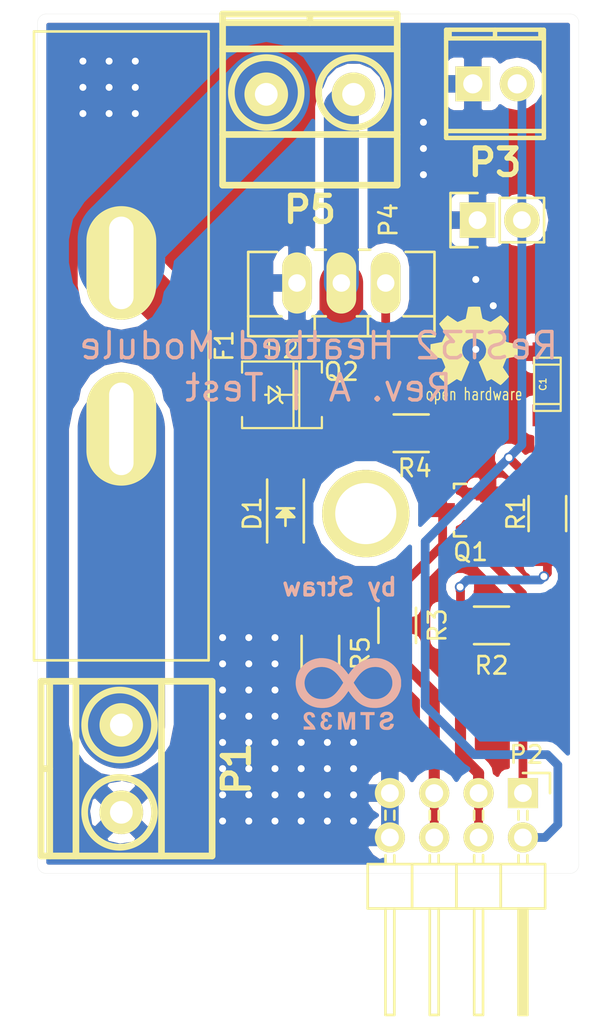
<source format=kicad_pcb>
(kicad_pcb (version 4) (host pcbnew 4.0.1-stable)

  (general
    (links 80)
    (no_connects 0)
    (area 112.194999 105.394999 143.205001 154.605001)
    (thickness 1.6)
    (drawings 10)
    (tracks 69)
    (zones 0)
    (modules 70)
    (nets 12)
  )

  (page A4)
  (title_block
    (title "ReST32 Heatbed Module PCB")
    (date 2016-01-29)
    (rev 1.0)
    (company "Matthias Nowak")
    (comment 1 berry_electronics)
    (comment 2 stm32duino)
  )

  (layers
    (0 F.Cu signal)
    (31 B.Cu signal)
    (32 B.Adhes user)
    (33 F.Adhes user)
    (34 B.Paste user)
    (35 F.Paste user)
    (36 B.SilkS user)
    (37 F.SilkS user)
    (38 B.Mask user)
    (39 F.Mask user)
    (40 Dwgs.User user)
    (41 Cmts.User user)
    (42 Eco1.User user)
    (43 Eco2.User user)
    (44 Edge.Cuts user)
    (45 Margin user)
    (46 B.CrtYd user)
    (47 F.CrtYd user)
    (48 B.Fab user)
    (49 F.Fab user)
  )

  (setup
    (last_trace_width 0.25)
    (user_trace_width 0.5)
    (user_trace_width 2)
    (user_trace_width 2.5)
    (user_trace_width 4)
    (user_trace_width 5)
    (user_trace_width 5.5)
    (trace_clearance 0.2)
    (zone_clearance 0.5)
    (zone_45_only no)
    (trace_min 0.2)
    (segment_width 0.2)
    (edge_width 0.01)
    (via_size 0.6)
    (via_drill 0.4)
    (via_min_size 0.4)
    (via_min_drill 0.3)
    (uvia_size 0.3)
    (uvia_drill 0.1)
    (uvias_allowed no)
    (uvia_min_size 0.2)
    (uvia_min_drill 0.1)
    (pcb_text_width 0.3)
    (pcb_text_size 1.5 1.5)
    (mod_edge_width 0.15)
    (mod_text_size 1 1)
    (mod_text_width 0.15)
    (pad_size 0.6 0.6)
    (pad_drill 0.4)
    (pad_to_mask_clearance 0.2)
    (aux_axis_origin 0 0)
    (grid_origin 112.8 154.6)
    (visible_elements 7FFFFFFF)
    (pcbplotparams
      (layerselection 0x00030_80000001)
      (usegerberextensions false)
      (excludeedgelayer true)
      (linewidth 0.100000)
      (plotframeref false)
      (viasonmask false)
      (mode 1)
      (useauxorigin false)
      (hpglpennumber 1)
      (hpglpenspeed 20)
      (hpglpendiameter 15)
      (hpglpenoverlay 2)
      (psnegative false)
      (psa4output false)
      (plotreference true)
      (plotvalue true)
      (plotinvisibletext false)
      (padsonsilk false)
      (subtractmaskfromsilk false)
      (outputformat 1)
      (mirror false)
      (drillshape 1)
      (scaleselection 1)
      (outputdirectory ""))
  )

  (net 0 "")
  (net 1 /T0)
  (net 2 GND)
  (net 3 "Net-(D1-Pad2)")
  (net 4 "Net-(D1-Pad1)")
  (net 5 +12V)
  (net 6 "Net-(D2-Pad2)")
  (net 7 "Net-(F1-Pad1)")
  (net 8 +5V)
  (net 9 +3V3)
  (net 10 /PWM-HEATBED)
  (net 11 "Net-(Q1-Pad3)")

  (net_class Default "This is the default net class."
    (clearance 0.2)
    (trace_width 0.25)
    (via_dia 0.6)
    (via_drill 0.4)
    (uvia_dia 0.3)
    (uvia_drill 0.1)
    (add_net +12V)
    (add_net +3V3)
    (add_net +5V)
    (add_net /PWM-HEATBED)
    (add_net /T0)
    (add_net GND)
    (add_net "Net-(D1-Pad1)")
    (add_net "Net-(D1-Pad2)")
    (add_net "Net-(D2-Pad2)")
    (add_net "Net-(F1-Pad1)")
    (add_net "Net-(Q1-Pad3)")
  )

  (module ReST-Library:VIA-0.6mm (layer F.Cu) (tedit 56DB5EBE) (tstamp 56DB645F)
    (at 130.3 151.6)
    (fp_text reference 1111134 (at 0 3.5) (layer F.SilkS) hide
      (effects (font (size 1 1) (thickness 0.15)))
    )
    (fp_text value "" (at 0 -3) (layer F.Fab) hide
      (effects (font (size 1 1) (thickness 0.15)))
    )
    (pad 1 thru_hole circle (at 0 0) (size 0.6 0.6) (drill 0.4) (layers *.Cu)
      (net 2 GND) (zone_connect 2))
  )

  (module ReST-Library:VIA-0.6mm (layer F.Cu) (tedit 56DB5EBE) (tstamp 56DB645B)
    (at 128.8 151.6)
    (fp_text reference 1111124 (at 0 3.5) (layer F.SilkS) hide
      (effects (font (size 1 1) (thickness 0.15)))
    )
    (fp_text value "" (at 0 -3) (layer F.Fab) hide
      (effects (font (size 1 1) (thickness 0.15)))
    )
    (pad 1 thru_hole circle (at 0 0) (size 0.6 0.6) (drill 0.4) (layers *.Cu)
      (net 2 GND) (zone_connect 2))
  )

  (module ReST-Library:VIA-0.6mm (layer F.Cu) (tedit 56DB5EBE) (tstamp 56DB6457)
    (at 127.3 151.6)
    (fp_text reference 1111114 (at 0 3.5) (layer F.SilkS) hide
      (effects (font (size 1 1) (thickness 0.15)))
    )
    (fp_text value "" (at 0 -3) (layer F.Fab) hide
      (effects (font (size 1 1) (thickness 0.15)))
    )
    (pad 1 thru_hole circle (at 0 0) (size 0.6 0.6) (drill 0.4) (layers *.Cu)
      (net 2 GND) (zone_connect 2))
  )

  (module ReST-Library:VIA-0.6mm (layer F.Cu) (tedit 56DB5EBE) (tstamp 56DB6453)
    (at 130.3 150.1)
    (fp_text reference 1111133 (at 0 3.5) (layer F.SilkS) hide
      (effects (font (size 1 1) (thickness 0.15)))
    )
    (fp_text value "" (at 0 -3) (layer F.Fab) hide
      (effects (font (size 1 1) (thickness 0.15)))
    )
    (pad 1 thru_hole circle (at 0 0) (size 0.6 0.6) (drill 0.4) (layers *.Cu)
      (net 2 GND) (zone_connect 2))
  )

  (module ReST-Library:VIA-0.6mm (layer F.Cu) (tedit 56DB5EBE) (tstamp 56DB644F)
    (at 128.8 150.1)
    (fp_text reference 1111123 (at 0 3.5) (layer F.SilkS) hide
      (effects (font (size 1 1) (thickness 0.15)))
    )
    (fp_text value "" (at 0 -3) (layer F.Fab) hide
      (effects (font (size 1 1) (thickness 0.15)))
    )
    (pad 1 thru_hole circle (at 0 0) (size 0.6 0.6) (drill 0.4) (layers *.Cu)
      (net 2 GND) (zone_connect 2))
  )

  (module ReST-Library:VIA-0.6mm (layer F.Cu) (tedit 56DB5EBE) (tstamp 56DB644B)
    (at 127.3 150.1)
    (fp_text reference 1111113 (at 0 3.5) (layer F.SilkS) hide
      (effects (font (size 1 1) (thickness 0.15)))
    )
    (fp_text value "" (at 0 -3) (layer F.Fab) hide
      (effects (font (size 1 1) (thickness 0.15)))
    )
    (pad 1 thru_hole circle (at 0 0) (size 0.6 0.6) (drill 0.4) (layers *.Cu)
      (net 2 GND) (zone_connect 2))
  )

  (module ReST-Library:VIA-0.6mm (layer F.Cu) (tedit 56DB5EBE) (tstamp 56DB6447)
    (at 130.3 148.6)
    (fp_text reference 1111132 (at 0 3.5) (layer F.SilkS) hide
      (effects (font (size 1 1) (thickness 0.15)))
    )
    (fp_text value "" (at 0 -3) (layer F.Fab) hide
      (effects (font (size 1 1) (thickness 0.15)))
    )
    (pad 1 thru_hole circle (at 0 0) (size 0.6 0.6) (drill 0.4) (layers *.Cu)
      (net 2 GND) (zone_connect 2))
  )

  (module ReST-Library:VIA-0.6mm (layer F.Cu) (tedit 56DB5EBE) (tstamp 56DB6443)
    (at 128.8 148.6)
    (fp_text reference 1111122 (at 0 3.5) (layer F.SilkS) hide
      (effects (font (size 1 1) (thickness 0.15)))
    )
    (fp_text value "" (at 0 -3) (layer F.Fab) hide
      (effects (font (size 1 1) (thickness 0.15)))
    )
    (pad 1 thru_hole circle (at 0 0) (size 0.6 0.6) (drill 0.4) (layers *.Cu)
      (net 2 GND) (zone_connect 2))
  )

  (module ReST-Library:VIA-0.6mm (layer F.Cu) (tedit 56DB5EBE) (tstamp 56DB643F)
    (at 127.3 148.6)
    (fp_text reference 1111112 (at 0 3.5) (layer F.SilkS) hide
      (effects (font (size 1 1) (thickness 0.15)))
    )
    (fp_text value "" (at 0 -3) (layer F.Fab) hide
      (effects (font (size 1 1) (thickness 0.15)))
    )
    (pad 1 thru_hole circle (at 0 0) (size 0.6 0.6) (drill 0.4) (layers *.Cu)
      (net 2 GND) (zone_connect 2))
  )

  (module ReST-Library:VIA-0.6mm (layer F.Cu) (tedit 56DB5EBE) (tstamp 56DB643B)
    (at 130.3 147.1)
    (fp_text reference 1111131 (at 0 3.5) (layer F.SilkS) hide
      (effects (font (size 1 1) (thickness 0.15)))
    )
    (fp_text value "" (at 0 -3) (layer F.Fab) hide
      (effects (font (size 1 1) (thickness 0.15)))
    )
    (pad 1 thru_hole circle (at 0 0) (size 0.6 0.6) (drill 0.4) (layers *.Cu)
      (net 2 GND) (zone_connect 2))
  )

  (module ReST-Library:VIA-0.6mm (layer F.Cu) (tedit 56DB5EBE) (tstamp 56DB6437)
    (at 128.8 147.1)
    (fp_text reference 1111121 (at 0 3.5) (layer F.SilkS) hide
      (effects (font (size 1 1) (thickness 0.15)))
    )
    (fp_text value "" (at 0 -3) (layer F.Fab) hide
      (effects (font (size 1 1) (thickness 0.15)))
    )
    (pad 1 thru_hole circle (at 0 0) (size 0.6 0.6) (drill 0.4) (layers *.Cu)
      (net 2 GND) (zone_connect 2))
  )

  (module ReST-Library:VIA-0.6mm (layer F.Cu) (tedit 56DB5EBE) (tstamp 56DB642E)
    (at 127.3 147.1)
    (fp_text reference 1111111 (at 0 3.5) (layer F.SilkS) hide
      (effects (font (size 1 1) (thickness 0.15)))
    )
    (fp_text value "" (at 0 -3) (layer F.Fab) hide
      (effects (font (size 1 1) (thickness 0.15)))
    )
    (pad 1 thru_hole circle (at 0 0) (size 0.6 0.6) (drill 0.4) (layers *.Cu)
      (net 2 GND) (zone_connect 2))
  )

  (module ReST-Library:VIA-0.6mm (layer F.Cu) (tedit 56DB5EBE) (tstamp 56DB6427)
    (at 137.3 124.6)
    (fp_text reference 111113 (at 0 3.5) (layer F.SilkS) hide
      (effects (font (size 1 1) (thickness 0.15)))
    )
    (fp_text value "" (at 0 -3) (layer F.Fab) hide
      (effects (font (size 1 1) (thickness 0.15)))
    )
    (pad 1 thru_hole circle (at 0 0) (size 0.6 0.6) (drill 0.4) (layers *.Cu)
      (net 2 GND) (zone_connect 2))
  )

  (module ReST-Library:VIA-0.6mm (layer F.Cu) (tedit 56DB5EBE) (tstamp 56DB6423)
    (at 138.3 122.1)
    (fp_text reference 111112 (at 0 3.5) (layer F.SilkS) hide
      (effects (font (size 1 1) (thickness 0.15)))
    )
    (fp_text value "" (at 0 -3) (layer F.Fab) hide
      (effects (font (size 1 1) (thickness 0.15)))
    )
    (pad 1 thru_hole circle (at 0 0) (size 0.6 0.6) (drill 0.4) (layers *.Cu)
      (net 2 GND) (zone_connect 2))
  )

  (module ReST-Library:VIA-0.6mm (layer F.Cu) (tedit 56DB5EBE) (tstamp 56DB641A)
    (at 137.3 120.6)
    (fp_text reference 111111 (at 0 3.5) (layer F.SilkS) hide
      (effects (font (size 1 1) (thickness 0.15)))
    )
    (fp_text value "" (at 0 -3) (layer F.Fab) hide
      (effects (font (size 1 1) (thickness 0.15)))
    )
    (pad 1 thru_hole circle (at 0 0) (size 0.6 0.6) (drill 0.4) (layers *.Cu)
      (net 2 GND) (zone_connect 2))
  )

  (module ReST-Library:VIA-0.6mm (layer F.Cu) (tedit 56DB5EBE) (tstamp 56DB6415)
    (at 117.8 111.1)
    (fp_text reference 111133 (at 0 3.5) (layer F.SilkS) hide
      (effects (font (size 1 1) (thickness 0.15)))
    )
    (fp_text value "" (at 0 -3) (layer F.Fab) hide
      (effects (font (size 1 1) (thickness 0.15)))
    )
    (pad 1 thru_hole circle (at 0 0) (size 0.6 0.6) (drill 0.4) (layers *.Cu)
      (net 2 GND) (zone_connect 2))
  )

  (module ReST-Library:VIA-0.6mm (layer F.Cu) (tedit 56DB5EBE) (tstamp 56DB6411)
    (at 116.3 111.1)
    (fp_text reference 111123 (at 0 3.5) (layer F.SilkS) hide
      (effects (font (size 1 1) (thickness 0.15)))
    )
    (fp_text value "" (at 0 -3) (layer F.Fab) hide
      (effects (font (size 1 1) (thickness 0.15)))
    )
    (pad 1 thru_hole circle (at 0 0) (size 0.6 0.6) (drill 0.4) (layers *.Cu)
      (net 2 GND) (zone_connect 2))
  )

  (module ReST-Library:VIA-0.6mm (layer F.Cu) (tedit 56DB5EBE) (tstamp 56DB640D)
    (at 114.8 111.1)
    (fp_text reference 111113 (at 0 3.5) (layer F.SilkS) hide
      (effects (font (size 1 1) (thickness 0.15)))
    )
    (fp_text value "" (at 0 -3) (layer F.Fab) hide
      (effects (font (size 1 1) (thickness 0.15)))
    )
    (pad 1 thru_hole circle (at 0 0) (size 0.6 0.6) (drill 0.4) (layers *.Cu)
      (net 2 GND) (zone_connect 2))
  )

  (module ReST-Library:VIA-0.6mm (layer F.Cu) (tedit 56DB5EBE) (tstamp 56DB6409)
    (at 117.8 109.6)
    (fp_text reference 111132 (at 0 3.5) (layer F.SilkS) hide
      (effects (font (size 1 1) (thickness 0.15)))
    )
    (fp_text value "" (at 0 -3) (layer F.Fab) hide
      (effects (font (size 1 1) (thickness 0.15)))
    )
    (pad 1 thru_hole circle (at 0 0) (size 0.6 0.6) (drill 0.4) (layers *.Cu)
      (net 2 GND) (zone_connect 2))
  )

  (module ReST-Library:VIA-0.6mm (layer F.Cu) (tedit 56DB5EBE) (tstamp 56DB6405)
    (at 116.3 109.6)
    (fp_text reference 111122 (at 0 3.5) (layer F.SilkS) hide
      (effects (font (size 1 1) (thickness 0.15)))
    )
    (fp_text value "" (at 0 -3) (layer F.Fab) hide
      (effects (font (size 1 1) (thickness 0.15)))
    )
    (pad 1 thru_hole circle (at 0 0) (size 0.6 0.6) (drill 0.4) (layers *.Cu)
      (net 2 GND) (zone_connect 2))
  )

  (module ReST-Library:VIA-0.6mm (layer F.Cu) (tedit 56DB5EBE) (tstamp 56DB6401)
    (at 114.8 109.6)
    (fp_text reference 111112 (at 0 3.5) (layer F.SilkS) hide
      (effects (font (size 1 1) (thickness 0.15)))
    )
    (fp_text value "" (at 0 -3) (layer F.Fab) hide
      (effects (font (size 1 1) (thickness 0.15)))
    )
    (pad 1 thru_hole circle (at 0 0) (size 0.6 0.6) (drill 0.4) (layers *.Cu)
      (net 2 GND) (zone_connect 2))
  )

  (module ReST-Library:VIA-0.6mm (layer F.Cu) (tedit 56DB5EBE) (tstamp 56DB63FD)
    (at 117.8 108.1)
    (fp_text reference 111131 (at 0 3.5) (layer F.SilkS) hide
      (effects (font (size 1 1) (thickness 0.15)))
    )
    (fp_text value "" (at 0 -3) (layer F.Fab) hide
      (effects (font (size 1 1) (thickness 0.15)))
    )
    (pad 1 thru_hole circle (at 0 0) (size 0.6 0.6) (drill 0.4) (layers *.Cu)
      (net 2 GND) (zone_connect 2))
  )

  (module ReST-Library:VIA-0.6mm (layer F.Cu) (tedit 56DB5EBE) (tstamp 56DB63F9)
    (at 116.3 108.1)
    (fp_text reference 111121 (at 0 3.5) (layer F.SilkS) hide
      (effects (font (size 1 1) (thickness 0.15)))
    )
    (fp_text value "" (at 0 -3) (layer F.Fab) hide
      (effects (font (size 1 1) (thickness 0.15)))
    )
    (pad 1 thru_hole circle (at 0 0) (size 0.6 0.6) (drill 0.4) (layers *.Cu)
      (net 2 GND) (zone_connect 2))
  )

  (module ReST-Library:VIA-0.6mm (layer F.Cu) (tedit 56DB5EBE) (tstamp 56DB63EC)
    (at 114.8 108.1)
    (fp_text reference 111111 (at 0 3.5) (layer F.SilkS) hide
      (effects (font (size 1 1) (thickness 0.15)))
    )
    (fp_text value "" (at 0 -3) (layer F.Fab) hide
      (effects (font (size 1 1) (thickness 0.15)))
    )
    (pad 1 thru_hole circle (at 0 0) (size 0.6 0.6) (drill 0.4) (layers *.Cu)
      (net 2 GND) (zone_connect 2))
  )

  (module ReST-Library:VIA-0.6mm (layer F.Cu) (tedit 56DB5EBE) (tstamp 56DB63E8)
    (at 134.3 114.6)
    (fp_text reference 11113 (at 0 3.5) (layer F.SilkS) hide
      (effects (font (size 1 1) (thickness 0.15)))
    )
    (fp_text value "" (at 0 -3) (layer F.Fab) hide
      (effects (font (size 1 1) (thickness 0.15)))
    )
    (pad 1 thru_hole circle (at 0 0) (size 0.6 0.6) (drill 0.4) (layers *.Cu)
      (net 2 GND) (zone_connect 2))
  )

  (module ReST-Library:VIA-0.6mm (layer F.Cu) (tedit 56DB5EBE) (tstamp 56DB63E4)
    (at 134.3 113.1)
    (fp_text reference 11112 (at 0 3.5) (layer F.SilkS) hide
      (effects (font (size 1 1) (thickness 0.15)))
    )
    (fp_text value "" (at 0 -3) (layer F.Fab) hide
      (effects (font (size 1 1) (thickness 0.15)))
    )
    (pad 1 thru_hole circle (at 0 0) (size 0.6 0.6) (drill 0.4) (layers *.Cu)
      (net 2 GND) (zone_connect 2))
  )

  (module ReST-Library:VIA-0.6mm (layer F.Cu) (tedit 56DB5EBE) (tstamp 56DB63DB)
    (at 134.3 111.6)
    (fp_text reference 11111 (at 0 3.5) (layer F.SilkS) hide
      (effects (font (size 1 1) (thickness 0.15)))
    )
    (fp_text value "" (at 0 -3) (layer F.Fab) hide
      (effects (font (size 1 1) (thickness 0.15)))
    )
    (pad 1 thru_hole circle (at 0 0) (size 0.6 0.6) (drill 0.4) (layers *.Cu)
      (net 2 GND) (zone_connect 2))
  )

  (module ReST-Library:VIA-0.6mm (layer F.Cu) (tedit 56DB5EBE) (tstamp 56DB63D7)
    (at 125.8 151.6)
    (fp_text reference 1138 (at 0 3.5) (layer F.SilkS) hide
      (effects (font (size 1 1) (thickness 0.15)))
    )
    (fp_text value "" (at 0 -3) (layer F.Fab) hide
      (effects (font (size 1 1) (thickness 0.15)))
    )
    (pad 1 thru_hole circle (at 0 0) (size 0.6 0.6) (drill 0.4) (layers *.Cu)
      (net 2 GND) (zone_connect 2))
  )

  (module ReST-Library:VIA-0.6mm (layer F.Cu) (tedit 56DB5EBE) (tstamp 56DB63D3)
    (at 124.3 151.6)
    (fp_text reference 1128 (at 0 3.5) (layer F.SilkS) hide
      (effects (font (size 1 1) (thickness 0.15)))
    )
    (fp_text value "" (at 0 -3) (layer F.Fab) hide
      (effects (font (size 1 1) (thickness 0.15)))
    )
    (pad 1 thru_hole circle (at 0 0) (size 0.6 0.6) (drill 0.4) (layers *.Cu)
      (net 2 GND) (zone_connect 2))
  )

  (module ReST-Library:VIA-0.6mm (layer F.Cu) (tedit 56DB5EBE) (tstamp 56DB63CF)
    (at 122.8 151.6)
    (fp_text reference 1118 (at 0 3.5) (layer F.SilkS) hide
      (effects (font (size 1 1) (thickness 0.15)))
    )
    (fp_text value "" (at 0 -3) (layer F.Fab) hide
      (effects (font (size 1 1) (thickness 0.15)))
    )
    (pad 1 thru_hole circle (at 0 0) (size 0.6 0.6) (drill 0.4) (layers *.Cu)
      (net 2 GND) (zone_connect 2))
  )

  (module ReST-Library:VIA-0.6mm (layer F.Cu) (tedit 56DB5EBE) (tstamp 56DB63CB)
    (at 125.8 150.1)
    (fp_text reference 1137 (at 0 3.5) (layer F.SilkS) hide
      (effects (font (size 1 1) (thickness 0.15)))
    )
    (fp_text value "" (at 0 -3) (layer F.Fab) hide
      (effects (font (size 1 1) (thickness 0.15)))
    )
    (pad 1 thru_hole circle (at 0 0) (size 0.6 0.6) (drill 0.4) (layers *.Cu)
      (net 2 GND) (zone_connect 2))
  )

  (module ReST-Library:VIA-0.6mm (layer F.Cu) (tedit 56DB5EBE) (tstamp 56DB63C7)
    (at 124.3 150.1)
    (fp_text reference 1127 (at 0 3.5) (layer F.SilkS) hide
      (effects (font (size 1 1) (thickness 0.15)))
    )
    (fp_text value "" (at 0 -3) (layer F.Fab) hide
      (effects (font (size 1 1) (thickness 0.15)))
    )
    (pad 1 thru_hole circle (at 0 0) (size 0.6 0.6) (drill 0.4) (layers *.Cu)
      (net 2 GND) (zone_connect 2))
  )

  (module ReST-Library:VIA-0.6mm (layer F.Cu) (tedit 56DB5EBE) (tstamp 56DB63C3)
    (at 122.8 150.1)
    (fp_text reference 1117 (at 0 3.5) (layer F.SilkS) hide
      (effects (font (size 1 1) (thickness 0.15)))
    )
    (fp_text value "" (at 0 -3) (layer F.Fab) hide
      (effects (font (size 1 1) (thickness 0.15)))
    )
    (pad 1 thru_hole circle (at 0 0) (size 0.6 0.6) (drill 0.4) (layers *.Cu)
      (net 2 GND) (zone_connect 2))
  )

  (module ReST-Library:VIA-0.6mm (layer F.Cu) (tedit 56DB5EBE) (tstamp 56DB63BF)
    (at 125.8 148.6)
    (fp_text reference 1136 (at 0 3.5) (layer F.SilkS) hide
      (effects (font (size 1 1) (thickness 0.15)))
    )
    (fp_text value "" (at 0 -3) (layer F.Fab) hide
      (effects (font (size 1 1) (thickness 0.15)))
    )
    (pad 1 thru_hole circle (at 0 0) (size 0.6 0.6) (drill 0.4) (layers *.Cu)
      (net 2 GND) (zone_connect 2))
  )

  (module ReST-Library:VIA-0.6mm (layer F.Cu) (tedit 56DB5EBE) (tstamp 56DB63BB)
    (at 124.3 148.6)
    (fp_text reference 1126 (at 0 3.5) (layer F.SilkS) hide
      (effects (font (size 1 1) (thickness 0.15)))
    )
    (fp_text value "" (at 0 -3) (layer F.Fab) hide
      (effects (font (size 1 1) (thickness 0.15)))
    )
    (pad 1 thru_hole circle (at 0 0) (size 0.6 0.6) (drill 0.4) (layers *.Cu)
      (net 2 GND) (zone_connect 2))
  )

  (module ReST-Library:VIA-0.6mm (layer F.Cu) (tedit 56DB5EBE) (tstamp 56DB63B7)
    (at 122.8 148.6)
    (fp_text reference 1116 (at 0 3.5) (layer F.SilkS) hide
      (effects (font (size 1 1) (thickness 0.15)))
    )
    (fp_text value "" (at 0 -3) (layer F.Fab) hide
      (effects (font (size 1 1) (thickness 0.15)))
    )
    (pad 1 thru_hole circle (at 0 0) (size 0.6 0.6) (drill 0.4) (layers *.Cu)
      (net 2 GND) (zone_connect 2))
  )

  (module ReST-Library:VIA-0.6mm (layer F.Cu) (tedit 56DB5EBE) (tstamp 56DB63B3)
    (at 125.8 147.1)
    (fp_text reference 1135 (at 0 3.5) (layer F.SilkS) hide
      (effects (font (size 1 1) (thickness 0.15)))
    )
    (fp_text value "" (at 0 -3) (layer F.Fab) hide
      (effects (font (size 1 1) (thickness 0.15)))
    )
    (pad 1 thru_hole circle (at 0 0) (size 0.6 0.6) (drill 0.4) (layers *.Cu)
      (net 2 GND) (zone_connect 2))
  )

  (module ReST-Library:VIA-0.6mm (layer F.Cu) (tedit 56DB5EBE) (tstamp 56DB63AF)
    (at 124.3 147.1)
    (fp_text reference 1125 (at 0 3.5) (layer F.SilkS) hide
      (effects (font (size 1 1) (thickness 0.15)))
    )
    (fp_text value "" (at 0 -3) (layer F.Fab) hide
      (effects (font (size 1 1) (thickness 0.15)))
    )
    (pad 1 thru_hole circle (at 0 0) (size 0.6 0.6) (drill 0.4) (layers *.Cu)
      (net 2 GND) (zone_connect 2))
  )

  (module ReST-Library:VIA-0.6mm (layer F.Cu) (tedit 56DB5EBE) (tstamp 56DB63AB)
    (at 122.8 147.1)
    (fp_text reference 1115 (at 0 3.5) (layer F.SilkS) hide
      (effects (font (size 1 1) (thickness 0.15)))
    )
    (fp_text value "" (at 0 -3) (layer F.Fab) hide
      (effects (font (size 1 1) (thickness 0.15)))
    )
    (pad 1 thru_hole circle (at 0 0) (size 0.6 0.6) (drill 0.4) (layers *.Cu)
      (net 2 GND) (zone_connect 2))
  )

  (module ReST-Library:VIA-0.6mm (layer F.Cu) (tedit 56DB5EBE) (tstamp 56DB63A7)
    (at 125.8 145.6)
    (fp_text reference 1134 (at 0 3.5) (layer F.SilkS) hide
      (effects (font (size 1 1) (thickness 0.15)))
    )
    (fp_text value "" (at 0 -3) (layer F.Fab) hide
      (effects (font (size 1 1) (thickness 0.15)))
    )
    (pad 1 thru_hole circle (at 0 0) (size 0.6 0.6) (drill 0.4) (layers *.Cu)
      (net 2 GND) (zone_connect 2))
  )

  (module ReST-Library:VIA-0.6mm (layer F.Cu) (tedit 56DB5EBE) (tstamp 56DB63A3)
    (at 124.3 145.6)
    (fp_text reference 1124 (at 0 3.5) (layer F.SilkS) hide
      (effects (font (size 1 1) (thickness 0.15)))
    )
    (fp_text value "" (at 0 -3) (layer F.Fab) hide
      (effects (font (size 1 1) (thickness 0.15)))
    )
    (pad 1 thru_hole circle (at 0 0) (size 0.6 0.6) (drill 0.4) (layers *.Cu)
      (net 2 GND) (zone_connect 2))
  )

  (module ReST-Library:VIA-0.6mm (layer F.Cu) (tedit 56DB5EBE) (tstamp 56DB639F)
    (at 122.8 145.6)
    (fp_text reference 1114 (at 0 3.5) (layer F.SilkS) hide
      (effects (font (size 1 1) (thickness 0.15)))
    )
    (fp_text value "" (at 0 -3) (layer F.Fab) hide
      (effects (font (size 1 1) (thickness 0.15)))
    )
    (pad 1 thru_hole circle (at 0 0) (size 0.6 0.6) (drill 0.4) (layers *.Cu)
      (net 2 GND) (zone_connect 2))
  )

  (module ReST-Library:VIA-0.6mm (layer F.Cu) (tedit 56DB5EBE) (tstamp 56DB639B)
    (at 125.8 144.1)
    (fp_text reference 1133 (at 0 3.5) (layer F.SilkS) hide
      (effects (font (size 1 1) (thickness 0.15)))
    )
    (fp_text value "" (at 0 -3) (layer F.Fab) hide
      (effects (font (size 1 1) (thickness 0.15)))
    )
    (pad 1 thru_hole circle (at 0 0) (size 0.6 0.6) (drill 0.4) (layers *.Cu)
      (net 2 GND) (zone_connect 2))
  )

  (module ReST-Library:VIA-0.6mm (layer F.Cu) (tedit 56DB5EBE) (tstamp 56DB6397)
    (at 124.3 144.1)
    (fp_text reference 1123 (at 0 3.5) (layer F.SilkS) hide
      (effects (font (size 1 1) (thickness 0.15)))
    )
    (fp_text value "" (at 0 -3) (layer F.Fab) hide
      (effects (font (size 1 1) (thickness 0.15)))
    )
    (pad 1 thru_hole circle (at 0 0) (size 0.6 0.6) (drill 0.4) (layers *.Cu)
      (net 2 GND) (zone_connect 2))
  )

  (module ReST-Library:VIA-0.6mm (layer F.Cu) (tedit 56DB5EBE) (tstamp 56DB6393)
    (at 122.8 144.1)
    (fp_text reference 1113 (at 0 3.5) (layer F.SilkS) hide
      (effects (font (size 1 1) (thickness 0.15)))
    )
    (fp_text value "" (at 0 -3) (layer F.Fab) hide
      (effects (font (size 1 1) (thickness 0.15)))
    )
    (pad 1 thru_hole circle (at 0 0) (size 0.6 0.6) (drill 0.4) (layers *.Cu)
      (net 2 GND) (zone_connect 2))
  )

  (module ReST-Library:VIA-0.6mm (layer F.Cu) (tedit 56DB5EBE) (tstamp 56DB638F)
    (at 125.8 142.6)
    (fp_text reference 1132 (at 0 3.5) (layer F.SilkS) hide
      (effects (font (size 1 1) (thickness 0.15)))
    )
    (fp_text value "" (at 0 -3) (layer F.Fab) hide
      (effects (font (size 1 1) (thickness 0.15)))
    )
    (pad 1 thru_hole circle (at 0 0) (size 0.6 0.6) (drill 0.4) (layers *.Cu)
      (net 2 GND) (zone_connect 2))
  )

  (module ReST-Library:VIA-0.6mm (layer F.Cu) (tedit 56DB5EBE) (tstamp 56DB638B)
    (at 124.3 142.6)
    (fp_text reference 1122 (at 0 3.5) (layer F.SilkS) hide
      (effects (font (size 1 1) (thickness 0.15)))
    )
    (fp_text value "" (at 0 -3) (layer F.Fab) hide
      (effects (font (size 1 1) (thickness 0.15)))
    )
    (pad 1 thru_hole circle (at 0 0) (size 0.6 0.6) (drill 0.4) (layers *.Cu)
      (net 2 GND) (zone_connect 2))
  )

  (module ReST-Library:VIA-0.6mm (layer F.Cu) (tedit 56DB5EBE) (tstamp 56DB6387)
    (at 122.8 142.6)
    (fp_text reference 1112 (at 0 3.5) (layer F.SilkS) hide
      (effects (font (size 1 1) (thickness 0.15)))
    )
    (fp_text value "" (at 0 -3) (layer F.Fab) hide
      (effects (font (size 1 1) (thickness 0.15)))
    )
    (pad 1 thru_hole circle (at 0 0) (size 0.6 0.6) (drill 0.4) (layers *.Cu)
      (net 2 GND) (zone_connect 2))
  )

  (module ReST-Library:VIA-0.6mm (layer F.Cu) (tedit 56DB5EBE) (tstamp 56DB6383)
    (at 125.8 141.1)
    (fp_text reference 1131 (at 0 3.5) (layer F.SilkS) hide
      (effects (font (size 1 1) (thickness 0.15)))
    )
    (fp_text value "" (at 0 -3) (layer F.Fab) hide
      (effects (font (size 1 1) (thickness 0.15)))
    )
    (pad 1 thru_hole circle (at 0 0) (size 0.6 0.6) (drill 0.4) (layers *.Cu)
      (net 2 GND) (zone_connect 2))
  )

  (module ReST-Library:VIA-0.6mm (layer F.Cu) (tedit 56DB5EBE) (tstamp 56DB637F)
    (at 124.3 141.1)
    (fp_text reference 1121 (at 0 3.5) (layer F.SilkS) hide
      (effects (font (size 1 1) (thickness 0.15)))
    )
    (fp_text value "" (at 0 -3) (layer F.Fab) hide
      (effects (font (size 1 1) (thickness 0.15)))
    )
    (pad 1 thru_hole circle (at 0 0) (size 0.6 0.6) (drill 0.4) (layers *.Cu)
      (net 2 GND) (zone_connect 2))
  )

  (module LEDs:LED_1206 (layer F.Cu) (tedit 56D24D35) (tstamp 56A806F8)
    (at 126.4 134.2 270)
    (descr "LED 1206 smd package")
    (tags "LED1206 SMD")
    (path /56A70EAE)
    (attr smd)
    (fp_text reference D1 (at -0.2 1.9 270) (layer F.SilkS)
      (effects (font (size 1 1) (thickness 0.15)))
    )
    (fp_text value LED (at 0 2 270) (layer F.Fab)
      (effects (font (size 1 1) (thickness 0.15)))
    )
    (fp_line (start -2.15 1.05) (end 1.45 1.05) (layer F.SilkS) (width 0.15))
    (fp_line (start -2.15 -1.05) (end 1.45 -1.05) (layer F.SilkS) (width 0.15))
    (fp_line (start -0.1 -0.3) (end -0.1 0.3) (layer F.SilkS) (width 0.15))
    (fp_line (start -0.1 0.3) (end -0.4 0) (layer F.SilkS) (width 0.15))
    (fp_line (start -0.4 0) (end -0.2 -0.2) (layer F.SilkS) (width 0.15))
    (fp_line (start -0.2 -0.2) (end -0.2 0.05) (layer F.SilkS) (width 0.15))
    (fp_line (start -0.2 0.05) (end -0.25 0) (layer F.SilkS) (width 0.15))
    (fp_line (start -0.5 -0.5) (end -0.5 0.5) (layer F.SilkS) (width 0.15))
    (fp_line (start 0 0) (end 0.5 0) (layer F.SilkS) (width 0.15))
    (fp_line (start -0.5 0) (end 0 -0.5) (layer F.SilkS) (width 0.15))
    (fp_line (start 0 -0.5) (end 0 0.5) (layer F.SilkS) (width 0.15))
    (fp_line (start 0 0.5) (end -0.5 0) (layer F.SilkS) (width 0.15))
    (fp_line (start 2.5 -1.25) (end -2.5 -1.25) (layer F.CrtYd) (width 0.05))
    (fp_line (start -2.5 -1.25) (end -2.5 1.25) (layer F.CrtYd) (width 0.05))
    (fp_line (start -2.5 1.25) (end 2.5 1.25) (layer F.CrtYd) (width 0.05))
    (fp_line (start 2.5 1.25) (end 2.5 -1.25) (layer F.CrtYd) (width 0.05))
    (pad 2 smd rect (at 1.41986 0 90) (size 1.59766 1.80086) (layers F.Cu F.Paste F.Mask)
      (net 3 "Net-(D1-Pad2)"))
    (pad 1 smd rect (at -1.41986 0 90) (size 1.59766 1.80086) (layers F.Cu F.Paste F.Mask)
      (net 4 "Net-(D1-Pad1)"))
    (model LEDs.3dshapes/LED_1206.wrl
      (at (xyz 0 0 0))
      (scale (xyz 1 1 1))
      (rotate (xyz 0 0 180))
    )
  )

  (module "DO-214AC(SMA):DO-214AC(SMA)" (layer F.Cu) (tedit 56D1C033) (tstamp 56A806FE)
    (at 126.2 127.2)
    (descr "DO-214AC (SMA)  PACKAGE.")
    (tags "DO-214AC SMA")
    (path /56A6993A)
    (attr smd)
    (fp_text reference D2 (at 0 -2.60096) (layer F.SilkS)
      (effects (font (size 1.00076 1.00076) (thickness 0.11938)))
    )
    (fp_text value D_1N400x-SMD (at 0 2.79908) (layer F.SilkS) hide
      (effects (font (size 1.00076 1.00076) (thickness 0.11938)))
    )
    (fp_line (start -0.762 0) (end -0.9652 0) (layer F.SilkS) (width 0.127))
    (fp_line (start -2.286 -1.905) (end 2.286 -1.905) (layer F.SilkS) (width 0.127))
    (fp_line (start 2.286 -1.905) (end 2.286 -1.27) (layer F.SilkS) (width 0.127))
    (fp_line (start 0.6604 1.905) (end 0.6604 -1.905) (layer F.SilkS) (width 0.127))
    (fp_line (start 0.9906 1.905) (end 0.9906 -1.905) (layer F.SilkS) (width 0.127))
    (fp_line (start -2.286 1.27) (end -2.286 1.905) (layer F.SilkS) (width 0.127))
    (fp_line (start -2.286 1.905) (end 2.286 1.905) (layer F.SilkS) (width 0.127))
    (fp_line (start 2.286 1.905) (end 2.286 1.27) (layer F.SilkS) (width 0.127))
    (fp_line (start -2.286 -1.27) (end -2.286 -1.905) (layer F.SilkS) (width 0.127))
    (fp_line (start -0.127 0) (end -0.762 -0.47498) (layer F.SilkS) (width 0.127))
    (fp_line (start -0.762 -0.47498) (end -0.762 0) (layer F.SilkS) (width 0.127))
    (fp_line (start -0.762 0) (end -0.762 0.47498) (layer F.SilkS) (width 0.127))
    (fp_line (start -0.762 0.47498) (end -0.127 0) (layer F.SilkS) (width 0.127))
    (fp_line (start -0.127 0) (end -0.127 -0.3175) (layer F.SilkS) (width 0.127))
    (fp_line (start -0.127 -0.3175) (end -0.28448 -0.47498) (layer F.SilkS) (width 0.127))
    (fp_line (start -0.127 0) (end -0.127 0.3175) (layer F.SilkS) (width 0.127))
    (fp_line (start -0.127 0.3175) (end 0.03048 0.47498) (layer F.SilkS) (width 0.127))
    (fp_line (start -0.127 0) (end 0.98298 0) (layer F.SilkS) (width 0.127))
    (pad 1 smd rect (at -1.89992 0) (size 1.6002 2.19964) (layers F.Cu F.Paste F.Mask)
      (net 5 +12V))
    (pad 2 smd rect (at 1.89992 0) (size 1.6002 2.19964) (layers F.Cu F.Paste F.Mask)
      (net 6 "Net-(D2-Pad2)"))
    (model smd/do214.wrl
      (at (xyz 0 0 0))
      (scale (xyz 0.95 0.95 0.95))
      (rotate (xyz 0 0 0))
    )
    (model ../../../../../../Users/Matjas/Documents/Git/RepRapSTM32duinoDriver/3D-Models/smd_diode/do214ac.wrl
      (at (xyz 0 0 0))
      (scale (xyz 1 1 1))
      (rotate (xyz 0 0 0))
    )
  )

  (module ReST-Librar:JEF-703C (layer F.Cu) (tedit 56A8038E) (tstamp 56A80704)
    (at 117 124.4 90)
    (path /56A6EB20)
    (fp_text reference F1 (at 0 5.9 90) (layer F.SilkS)
      (effects (font (size 1 1) (thickness 0.15)))
    )
    (fp_text value 15A (at 0 -6.1 90) (layer F.Fab)
      (effects (font (size 1 1) (thickness 0.15)))
    )
    (fp_line (start -18 -5) (end 18 -5) (layer F.SilkS) (width 0.15))
    (fp_line (start 18 -5) (end 18 5) (layer F.SilkS) (width 0.15))
    (fp_line (start 18 5) (end -18 5) (layer F.SilkS) (width 0.15))
    (fp_line (start -18 5) (end -18 -5) (layer F.SilkS) (width 0.15))
    (pad 1 thru_hole oval (at -4.75 0 90) (size 6.5 4) (drill oval 5.3 1.4) (layers *.Cu *.Mask F.SilkS)
      (net 7 "Net-(F1-Pad1)"))
    (pad 2 thru_hole oval (at 4.75 0 90) (size 6.5 4) (drill oval 5.3 1.4) (layers *.Cu *.Mask F.SilkS)
      (net 5 +12V))
    (model Fuse_Holders_and_Fuses.3dshapes/BladeFuse-Mini.wrl
      (at (xyz 0 0 0))
      (scale (xyz 1 1 1))
      (rotate (xyz 0 0 0))
    )
  )

  (module 5mm-pitch-terminal:mkds_1,5-2 (layer F.Cu) (tedit 56D1BF36) (tstamp 56A8070A)
    (at 117 148.6 270)
    (descr "2-way 5mm pitch terminal block, Phoenix MKDS series")
    (path /56A69BD3)
    (fp_text reference P1 (at 0 -6.6 270) (layer F.SilkS)
      (effects (font (size 1.5 1.5) (thickness 0.3)))
    )
    (fp_text value 02-SCREW-TERM (at 0 5.9 270) (layer F.SilkS) hide
      (effects (font (size 1.5 1.5) (thickness 0.3)))
    )
    (fp_line (start 0 4.1) (end 0 4.6) (layer F.SilkS) (width 0.381))
    (fp_circle (center 2.5 0.1) (end 0.5 0.1) (layer F.SilkS) (width 0.381))
    (fp_circle (center -2.5 0.1) (end -0.5 0.1) (layer F.SilkS) (width 0.381))
    (fp_line (start -5 2.6) (end 5 2.6) (layer F.SilkS) (width 0.381))
    (fp_line (start -5 -2.3) (end 5 -2.3) (layer F.SilkS) (width 0.381))
    (fp_line (start -5 4.1) (end 5 4.1) (layer F.SilkS) (width 0.381))
    (fp_line (start -5 4.6) (end 5 4.6) (layer F.SilkS) (width 0.381))
    (fp_line (start 5 4.6) (end 5 -5.2) (layer F.SilkS) (width 0.381))
    (fp_line (start 5 -5.2) (end -5 -5.2) (layer F.SilkS) (width 0.381))
    (fp_line (start -5 -5.2) (end -5 4.6) (layer F.SilkS) (width 0.381))
    (pad 1 thru_hole circle (at -2.5 0 270) (size 2.5 2.5) (drill 1.3) (layers *.Cu *.Mask F.SilkS)
      (net 7 "Net-(F1-Pad1)"))
    (pad 2 thru_hole circle (at 2.5 0 270) (size 2.5 2.5) (drill 1.3) (layers *.Cu *.Mask F.SilkS)
      (net 2 GND))
    (model walter/conn_mkds/mkds_1,5-2.wrl
      (at (xyz 0 0 0))
      (scale (xyz 1 1 1))
      (rotate (xyz 0 0 0))
    )
    (model ../../../../../../Users/Matjas/Documents/Git/RepRapSTM32duinoDriver/3D-Models/conn_mkds/mkds_1,5-2.wrl
      (at (xyz 0 0 0))
      (scale (xyz 1 1 1))
      (rotate (xyz 0 0 0))
    )
  )

  (module Pin_Headers:Pin_Header_Angled_2x04 (layer F.Cu) (tedit 56D1BF99) (tstamp 56A80716)
    (at 140 150 270)
    (descr "Through hole pin header")
    (tags "pin header")
    (path /56A6927C)
    (fp_text reference P2 (at -2.2 -0.2 360) (layer F.SilkS)
      (effects (font (size 1 1) (thickness 0.15)))
    )
    (fp_text value 02X04-MALE (at 0 -3.1 270) (layer F.Fab) hide
      (effects (font (size 1 1) (thickness 0.15)))
    )
    (fp_line (start 0 -1.55) (end -1.15 -1.55) (layer F.SilkS) (width 0.15))
    (fp_line (start -1.15 -1.55) (end -1.15 0) (layer F.SilkS) (width 0.15))
    (fp_line (start -1.35 -1.75) (end -1.35 9.4) (layer F.CrtYd) (width 0.05))
    (fp_line (start 13.2 -1.75) (end 13.2 9.4) (layer F.CrtYd) (width 0.05))
    (fp_line (start -1.35 -1.75) (end 13.2 -1.75) (layer F.CrtYd) (width 0.05))
    (fp_line (start -1.35 9.4) (end 13.2 9.4) (layer F.CrtYd) (width 0.05))
    (fp_line (start 1.524 7.874) (end 1.016 7.874) (layer F.SilkS) (width 0.15))
    (fp_line (start 1.524 7.366) (end 1.016 7.366) (layer F.SilkS) (width 0.15))
    (fp_line (start 1.524 5.334) (end 1.016 5.334) (layer F.SilkS) (width 0.15))
    (fp_line (start 1.524 4.826) (end 1.016 4.826) (layer F.SilkS) (width 0.15))
    (fp_line (start 1.524 2.794) (end 1.016 2.794) (layer F.SilkS) (width 0.15))
    (fp_line (start 1.524 2.286) (end 1.016 2.286) (layer F.SilkS) (width 0.15))
    (fp_line (start 1.524 0.254) (end 1.016 0.254) (layer F.SilkS) (width 0.15))
    (fp_line (start 1.524 -0.254) (end 1.016 -0.254) (layer F.SilkS) (width 0.15))
    (fp_line (start 4.064 -0.254) (end 3.556 -0.254) (layer F.SilkS) (width 0.15))
    (fp_line (start 4.064 0.254) (end 3.556 0.254) (layer F.SilkS) (width 0.15))
    (fp_line (start 4.064 2.286) (end 3.556 2.286) (layer F.SilkS) (width 0.15))
    (fp_line (start 4.064 2.794) (end 3.556 2.794) (layer F.SilkS) (width 0.15))
    (fp_line (start 4.064 7.874) (end 3.556 7.874) (layer F.SilkS) (width 0.15))
    (fp_line (start 4.064 7.366) (end 3.556 7.366) (layer F.SilkS) (width 0.15))
    (fp_line (start 4.064 5.334) (end 3.556 5.334) (layer F.SilkS) (width 0.15))
    (fp_line (start 4.064 4.826) (end 3.556 4.826) (layer F.SilkS) (width 0.15))
    (fp_line (start 6.604 -0.127) (end 12.573 -0.127) (layer F.SilkS) (width 0.15))
    (fp_line (start 12.573 -0.127) (end 12.573 0.127) (layer F.SilkS) (width 0.15))
    (fp_line (start 12.573 0.127) (end 6.731 0.127) (layer F.SilkS) (width 0.15))
    (fp_line (start 6.731 0.127) (end 6.731 0) (layer F.SilkS) (width 0.15))
    (fp_line (start 6.731 0) (end 12.573 0) (layer F.SilkS) (width 0.15))
    (fp_line (start 4.064 8.89) (end 6.604 8.89) (layer F.SilkS) (width 0.15))
    (fp_line (start 4.064 3.81) (end 6.604 3.81) (layer F.SilkS) (width 0.15))
    (fp_line (start 4.064 3.81) (end 4.064 6.35) (layer F.SilkS) (width 0.15))
    (fp_line (start 4.064 6.35) (end 6.604 6.35) (layer F.SilkS) (width 0.15))
    (fp_line (start 6.604 4.826) (end 12.7 4.826) (layer F.SilkS) (width 0.15))
    (fp_line (start 12.7 4.826) (end 12.7 5.334) (layer F.SilkS) (width 0.15))
    (fp_line (start 12.7 5.334) (end 6.604 5.334) (layer F.SilkS) (width 0.15))
    (fp_line (start 6.604 6.35) (end 6.604 3.81) (layer F.SilkS) (width 0.15))
    (fp_line (start 6.604 8.89) (end 6.604 6.35) (layer F.SilkS) (width 0.15))
    (fp_line (start 12.7 7.874) (end 6.604 7.874) (layer F.SilkS) (width 0.15))
    (fp_line (start 12.7 7.366) (end 12.7 7.874) (layer F.SilkS) (width 0.15))
    (fp_line (start 6.604 7.366) (end 12.7 7.366) (layer F.SilkS) (width 0.15))
    (fp_line (start 4.064 8.89) (end 6.604 8.89) (layer F.SilkS) (width 0.15))
    (fp_line (start 4.064 6.35) (end 4.064 8.89) (layer F.SilkS) (width 0.15))
    (fp_line (start 4.064 6.35) (end 6.604 6.35) (layer F.SilkS) (width 0.15))
    (fp_line (start 4.064 1.27) (end 6.604 1.27) (layer F.SilkS) (width 0.15))
    (fp_line (start 4.064 1.27) (end 4.064 3.81) (layer F.SilkS) (width 0.15))
    (fp_line (start 4.064 3.81) (end 6.604 3.81) (layer F.SilkS) (width 0.15))
    (fp_line (start 6.604 2.286) (end 12.7 2.286) (layer F.SilkS) (width 0.15))
    (fp_line (start 12.7 2.286) (end 12.7 2.794) (layer F.SilkS) (width 0.15))
    (fp_line (start 12.7 2.794) (end 6.604 2.794) (layer F.SilkS) (width 0.15))
    (fp_line (start 6.604 3.81) (end 6.604 1.27) (layer F.SilkS) (width 0.15))
    (fp_line (start 6.604 1.27) (end 6.604 -1.27) (layer F.SilkS) (width 0.15))
    (fp_line (start 12.7 0.254) (end 6.604 0.254) (layer F.SilkS) (width 0.15))
    (fp_line (start 12.7 -0.254) (end 12.7 0.254) (layer F.SilkS) (width 0.15))
    (fp_line (start 6.604 -0.254) (end 12.7 -0.254) (layer F.SilkS) (width 0.15))
    (fp_line (start 4.064 1.27) (end 6.604 1.27) (layer F.SilkS) (width 0.15))
    (fp_line (start 4.064 -1.27) (end 4.064 1.27) (layer F.SilkS) (width 0.15))
    (fp_line (start 4.064 -1.27) (end 6.604 -1.27) (layer F.SilkS) (width 0.15))
    (pad 1 thru_hole rect (at 0 0 270) (size 1.7272 1.7272) (drill 1.016) (layers *.Cu *.Mask F.SilkS)
      (net 10 /PWM-HEATBED))
    (pad 2 thru_hole oval (at 2.54 0 270) (size 1.7272 1.7272) (drill 1.016) (layers *.Cu *.Mask F.SilkS)
      (net 1 /T0))
    (pad 3 thru_hole oval (at 0 2.54 270) (size 1.7272 1.7272) (drill 1.016) (layers *.Cu *.Mask F.SilkS)
      (net 9 +3V3))
    (pad 4 thru_hole oval (at 2.54 2.54 270) (size 1.7272 1.7272) (drill 1.016) (layers *.Cu *.Mask F.SilkS)
      (net 9 +3V3))
    (pad 5 thru_hole oval (at 0 5.08 270) (size 1.7272 1.7272) (drill 1.016) (layers *.Cu *.Mask F.SilkS)
      (net 8 +5V))
    (pad 6 thru_hole oval (at 2.54 5.08 270) (size 1.7272 1.7272) (drill 1.016) (layers *.Cu *.Mask F.SilkS)
      (net 8 +5V))
    (pad 7 thru_hole oval (at 0 7.62 270) (size 1.7272 1.7272) (drill 1.016) (layers *.Cu *.Mask F.SilkS)
      (net 2 GND))
    (pad 8 thru_hole oval (at 2.54 7.62 270) (size 1.7272 1.7272) (drill 1.016) (layers *.Cu *.Mask F.SilkS)
      (net 2 GND))
    (model Pin_Headers.3dshapes/Pin_Header_Angled_2x04.wrl
      (at (xyz 0.05 -0.15 0))
      (scale (xyz 1 1 1))
      (rotate (xyz 0 0 90))
    )
  )

  (module 2:mpt_0,5%2f2-2,54 (layer F.Cu) (tedit 56D1BF64) (tstamp 56A8071C)
    (at 138.4 109.4 180)
    (descr "2-way 2.54mm pitch terminal block, Phoenix MPT series")
    (path /56A6ACF0)
    (fp_text reference P3 (at 0 -4.50088 180) (layer F.SilkS)
      (effects (font (thickness 0.3048)))
    )
    (fp_text value 02-SCREW-TERM (at 0 4.50088 180) (layer F.SilkS) hide
      (effects (font (thickness 0.3048)))
    )
    (fp_line (start 2.79908 2.60096) (end -2.79908 2.60096) (layer F.SilkS) (width 0.254))
    (fp_line (start -2.60096 3.0988) (end -2.60096 2.60096) (layer F.SilkS) (width 0.254))
    (fp_line (start 2.60096 2.60096) (end 2.60096 3.0988) (layer F.SilkS) (width 0.254))
    (fp_line (start 0 3.0988) (end 0 2.60096) (layer F.SilkS) (width 0.254))
    (fp_line (start -2.79908 -2.70002) (end 2.79908 -2.70002) (layer F.SilkS) (width 0.254))
    (fp_line (start -2.79908 3.0988) (end 2.79908 3.0988) (layer F.SilkS) (width 0.254))
    (fp_line (start 2.79908 3.0988) (end 2.79908 -3.0988) (layer F.SilkS) (width 0.254))
    (fp_line (start 2.79908 -3.0988) (end -2.79908 -3.0988) (layer F.SilkS) (width 0.254))
    (fp_line (start -2.79908 -3.0988) (end -2.79908 3.0988) (layer F.SilkS) (width 0.254))
    (pad 2 thru_hole oval (at -1.27 0 180) (size 1.99898 1.99898) (drill 1.09728) (layers *.Cu *.Mask F.SilkS)
      (net 1 /T0))
    (pad 1 thru_hole rect (at 1.27 0 180) (size 1.99898 1.99898) (drill 1.09728) (layers *.Cu *.Mask F.SilkS)
      (net 2 GND))
    (model walter/conn_mpt/mpt_0,5-2-2,54.wrl
      (at (xyz 0 0 0))
      (scale (xyz 1 1 1))
      (rotate (xyz 0 0 0))
    )
    (model ../../../../../../Users/Matjas/Documents/Git/RepRapSTM32duinoDriver/3D-Models/conn_mpt/mpt_0,5-2-2,54.wrl
      (at (xyz 0 0 0))
      (scale (xyz 1 1 1))
      (rotate (xyz 0 0 0))
    )
  )

  (module Pin_Headers:Pin_Header_Straight_1x02 (layer F.Cu) (tedit 56D1BF2D) (tstamp 56A80722)
    (at 137.4 117.2 90)
    (descr "Through hole pin header")
    (tags "pin header")
    (path /56A6AD1A)
    (fp_text reference P4 (at 0 -5.1 90) (layer F.SilkS)
      (effects (font (size 1 1) (thickness 0.15)))
    )
    (fp_text value 01X02-MALE (at -0.2 5.2 90) (layer F.Fab) hide
      (effects (font (size 1 1) (thickness 0.15)))
    )
    (fp_line (start 1.27 1.27) (end 1.27 3.81) (layer F.SilkS) (width 0.15))
    (fp_line (start 1.55 -1.55) (end 1.55 0) (layer F.SilkS) (width 0.15))
    (fp_line (start -1.75 -1.75) (end -1.75 4.3) (layer F.CrtYd) (width 0.05))
    (fp_line (start 1.75 -1.75) (end 1.75 4.3) (layer F.CrtYd) (width 0.05))
    (fp_line (start -1.75 -1.75) (end 1.75 -1.75) (layer F.CrtYd) (width 0.05))
    (fp_line (start -1.75 4.3) (end 1.75 4.3) (layer F.CrtYd) (width 0.05))
    (fp_line (start 1.27 1.27) (end -1.27 1.27) (layer F.SilkS) (width 0.15))
    (fp_line (start -1.55 0) (end -1.55 -1.55) (layer F.SilkS) (width 0.15))
    (fp_line (start -1.55 -1.55) (end 1.55 -1.55) (layer F.SilkS) (width 0.15))
    (fp_line (start -1.27 1.27) (end -1.27 3.81) (layer F.SilkS) (width 0.15))
    (fp_line (start -1.27 3.81) (end 1.27 3.81) (layer F.SilkS) (width 0.15))
    (pad 1 thru_hole rect (at 0 0 90) (size 2.032 2.032) (drill 1.016) (layers *.Cu *.Mask F.SilkS)
      (net 2 GND))
    (pad 2 thru_hole oval (at 0 2.54 90) (size 2.032 2.032) (drill 1.016) (layers *.Cu *.Mask F.SilkS)
      (net 1 /T0))
    (model Pin_Headers.3dshapes/Pin_Header_Straight_1x02.wrl
      (at (xyz 0 -0.05 0))
      (scale (xyz 1 1 1))
      (rotate (xyz 0 0 90))
    )
  )

  (module 5mm-pitch-terminal:mkds_1,5-2 (layer F.Cu) (tedit 56D1BF61) (tstamp 56A80728)
    (at 127.8 110 180)
    (descr "2-way 5mm pitch terminal block, Phoenix MKDS series")
    (path /56A69217)
    (fp_text reference P5 (at 0 -6.6 180) (layer F.SilkS)
      (effects (font (size 1.5 1.5) (thickness 0.3)))
    )
    (fp_text value 02-SCREW-TERM (at 0 5.9 180) (layer F.SilkS) hide
      (effects (font (size 1.5 1.5) (thickness 0.3)))
    )
    (fp_line (start 0 4.1) (end 0 4.6) (layer F.SilkS) (width 0.381))
    (fp_circle (center 2.5 0.1) (end 0.5 0.1) (layer F.SilkS) (width 0.381))
    (fp_circle (center -2.5 0.1) (end -0.5 0.1) (layer F.SilkS) (width 0.381))
    (fp_line (start -5 2.6) (end 5 2.6) (layer F.SilkS) (width 0.381))
    (fp_line (start -5 -2.3) (end 5 -2.3) (layer F.SilkS) (width 0.381))
    (fp_line (start -5 4.1) (end 5 4.1) (layer F.SilkS) (width 0.381))
    (fp_line (start -5 4.6) (end 5 4.6) (layer F.SilkS) (width 0.381))
    (fp_line (start 5 4.6) (end 5 -5.2) (layer F.SilkS) (width 0.381))
    (fp_line (start 5 -5.2) (end -5 -5.2) (layer F.SilkS) (width 0.381))
    (fp_line (start -5 -5.2) (end -5 4.6) (layer F.SilkS) (width 0.381))
    (pad 1 thru_hole circle (at -2.5 0 180) (size 2.5 2.5) (drill 1.3) (layers *.Cu *.Mask F.SilkS)
      (net 6 "Net-(D2-Pad2)"))
    (pad 2 thru_hole circle (at 2.5 0 180) (size 2.5 2.5) (drill 1.3) (layers *.Cu *.Mask F.SilkS)
      (net 5 +12V))
    (model walter/conn_mkds/mkds_1,5-2.wrl
      (at (xyz 0 0 0))
      (scale (xyz 1 1 1))
      (rotate (xyz 0 0 0))
    )
    (model ../../../../../../Users/Matjas/Documents/Git/RepRapSTM32duinoDriver/3D-Models/conn_mkds/mkds_1,5-2.wrl
      (at (xyz 0 0 0))
      (scale (xyz 1 1 1))
      (rotate (xyz 0 0 0))
    )
  )

  (module TO_SOT_Packages_THT:TO-220_Neutral123_Vertical_LargePads (layer F.Cu) (tedit 56D1BF31) (tstamp 56A80736)
    (at 129.6 120.8 180)
    (descr "TO-220, Neutral, Vertical, Large Pads,")
    (tags "TO-220, Neutral, Vertical, Large Pads,")
    (path /56A691AE)
    (fp_text reference Q2 (at 0 -5.08 180) (layer F.SilkS)
      (effects (font (size 1 1) (thickness 0.15)))
    )
    (fp_text value Q_AOT240L (at 0 3.81 180) (layer F.Fab) hide
      (effects (font (size 1 1) (thickness 0.15)))
    )
    (fp_line (start 5.334 -1.905) (end 3.429 -1.905) (layer F.SilkS) (width 0.15))
    (fp_line (start 0.889 -1.905) (end 1.651 -1.905) (layer F.SilkS) (width 0.15))
    (fp_line (start -1.524 -1.905) (end -1.651 -1.905) (layer F.SilkS) (width 0.15))
    (fp_line (start -1.524 -1.905) (end -0.889 -1.905) (layer F.SilkS) (width 0.15))
    (fp_line (start -5.334 -1.905) (end -3.556 -1.905) (layer F.SilkS) (width 0.15))
    (fp_line (start -5.334 1.778) (end -3.683 1.778) (layer F.SilkS) (width 0.15))
    (fp_line (start -1.016 1.905) (end -1.651 1.905) (layer F.SilkS) (width 0.15))
    (fp_line (start 1.524 1.905) (end 0.889 1.905) (layer F.SilkS) (width 0.15))
    (fp_line (start 5.334 1.778) (end 3.683 1.778) (layer F.SilkS) (width 0.15))
    (fp_line (start -1.524 -3.048) (end -1.524 -1.905) (layer F.SilkS) (width 0.15))
    (fp_line (start 1.524 -3.048) (end 1.524 -1.905) (layer F.SilkS) (width 0.15))
    (fp_line (start 5.334 -1.905) (end 5.334 1.778) (layer F.SilkS) (width 0.15))
    (fp_line (start -5.334 1.778) (end -5.334 -1.905) (layer F.SilkS) (width 0.15))
    (fp_line (start 5.334 -3.048) (end 5.334 -1.905) (layer F.SilkS) (width 0.15))
    (fp_line (start -5.334 -1.905) (end -5.334 -3.048) (layer F.SilkS) (width 0.15))
    (fp_line (start 0 -3.048) (end -5.334 -3.048) (layer F.SilkS) (width 0.15))
    (fp_line (start 0 -3.048) (end 5.334 -3.048) (layer F.SilkS) (width 0.15))
    (pad 2 thru_hole oval (at 0 0 270) (size 3.50012 1.69926) (drill 1.00076) (layers *.Cu *.Mask F.SilkS)
      (net 6 "Net-(D2-Pad2)"))
    (pad 1 thru_hole oval (at -2.54 0 270) (size 3.50012 1.69926) (drill 1.00076) (layers *.Cu *.Mask F.SilkS)
      (net 4 "Net-(D1-Pad1)"))
    (pad 3 thru_hole oval (at 2.54 0 270) (size 3.50012 1.69926) (drill 1.00076) (layers *.Cu *.Mask F.SilkS)
      (net 2 GND))
    (model TO_SOT_Packages_THT.3dshapes/TO-220_Neutral123_Vertical_LargePads.wrl
      (at (xyz 0 0 0))
      (scale (xyz 0.3937 0.3937 0.3937))
      (rotate (xyz 0 0 0))
    )
  )

  (module ok-smd-generic:1206 (layer F.Cu) (tedit 4F800D1E) (tstamp 56ABB5A6)
    (at 141.4 126.6 90)
    (descr 1206)
    (path /56A6AD2B)
    (fp_text reference C1 (at 0 -0.254 90) (layer F.SilkS)
      (effects (font (size 0.381 0.381) (thickness 0.0762)))
    )
    (fp_text value 10uF (at 0 0.254 90) (layer F.SilkS) hide
      (effects (font (size 0.381 0.381) (thickness 0.0762)))
    )
    (fp_line (start 1.12776 -0.7493) (end 1.12776 0.7493) (layer F.SilkS) (width 0.127))
    (fp_line (start -1.12776 -0.7493) (end -1.12776 0.7493) (layer F.SilkS) (width 0.127))
    (fp_line (start -1.524 -0.762) (end 1.524 -0.762) (layer F.SilkS) (width 0.127))
    (fp_line (start 1.524 -0.762) (end 1.524 0.762) (layer F.SilkS) (width 0.127))
    (fp_line (start 1.524 0.762) (end -1.524 0.762) (layer F.SilkS) (width 0.127))
    (fp_line (start -1.524 0.762) (end -1.524 -0.762) (layer F.SilkS) (width 0.127))
    (pad 1 smd rect (at -1.77546 0 90) (size 1.24968 1.69926) (layers F.Cu F.Paste F.Mask)
      (net 1 /T0))
    (pad 2 smd rect (at 1.77546 0 90) (size 1.24968 1.69926) (layers F.Cu F.Paste F.Mask)
      (net 2 GND))
    (model Capacitors_SMD.3dshapes/C_1206_HandSoldering.wrl
      (at (xyz 0 0 0))
      (scale (xyz 1 1 1))
      (rotate (xyz 0 0 0))
    )
  )

  (module Resistors_SMD:R_1206_HandSoldering (layer F.Cu) (tedit 56D1BF5C) (tstamp 56CB7CC0)
    (at 141.4 134 270)
    (descr "Resistor SMD 1206, hand soldering")
    (tags "resistor 1206")
    (path /56A6B96F)
    (attr smd)
    (fp_text reference R1 (at 0 1.8 450) (layer F.SilkS)
      (effects (font (size 1 1) (thickness 0.15)))
    )
    (fp_text value 4.7K (at 0 2.3 270) (layer F.Fab)
      (effects (font (size 1 1) (thickness 0.15)))
    )
    (fp_line (start -3.3 -1.2) (end 3.3 -1.2) (layer F.CrtYd) (width 0.05))
    (fp_line (start -3.3 1.2) (end 3.3 1.2) (layer F.CrtYd) (width 0.05))
    (fp_line (start -3.3 -1.2) (end -3.3 1.2) (layer F.CrtYd) (width 0.05))
    (fp_line (start 3.3 -1.2) (end 3.3 1.2) (layer F.CrtYd) (width 0.05))
    (fp_line (start 1 1.075) (end -1 1.075) (layer F.SilkS) (width 0.15))
    (fp_line (start -1 -1.075) (end 1 -1.075) (layer F.SilkS) (width 0.15))
    (pad 1 smd rect (at -2 0 270) (size 2 1.7) (layers F.Cu F.Paste F.Mask)
      (net 1 /T0))
    (pad 2 smd rect (at 2 0 270) (size 2 1.7) (layers F.Cu F.Paste F.Mask)
      (net 9 +3V3))
    (model Resistors_SMD.3dshapes/R_1206_HandSoldering.wrl
      (at (xyz 0 0 0))
      (scale (xyz 1 1 1))
      (rotate (xyz 0 0 0))
    )
  )

  (module Resistors_SMD:R_1206_HandSoldering (layer F.Cu) (tedit 5418A20D) (tstamp 56CB7CCB)
    (at 138.2 140.4 180)
    (descr "Resistor SMD 1206, hand soldering")
    (tags "resistor 1206")
    (path /56A6DCE2)
    (attr smd)
    (fp_text reference R2 (at 0 -2.3 180) (layer F.SilkS)
      (effects (font (size 1 1) (thickness 0.15)))
    )
    (fp_text value 100K (at 0 2.3 180) (layer F.Fab)
      (effects (font (size 1 1) (thickness 0.15)))
    )
    (fp_line (start -3.3 -1.2) (end 3.3 -1.2) (layer F.CrtYd) (width 0.05))
    (fp_line (start -3.3 1.2) (end 3.3 1.2) (layer F.CrtYd) (width 0.05))
    (fp_line (start -3.3 -1.2) (end -3.3 1.2) (layer F.CrtYd) (width 0.05))
    (fp_line (start 3.3 -1.2) (end 3.3 1.2) (layer F.CrtYd) (width 0.05))
    (fp_line (start 1 1.075) (end -1 1.075) (layer F.SilkS) (width 0.15))
    (fp_line (start -1 -1.075) (end 1 -1.075) (layer F.SilkS) (width 0.15))
    (pad 1 smd rect (at -2 0 180) (size 2 1.7) (layers F.Cu F.Paste F.Mask)
      (net 10 /PWM-HEATBED))
    (pad 2 smd rect (at 2 0 180) (size 2 1.7) (layers F.Cu F.Paste F.Mask)
      (net 9 +3V3))
    (model Resistors_SMD.3dshapes/R_1206_HandSoldering.wrl
      (at (xyz 0 0 0))
      (scale (xyz 1 1 1))
      (rotate (xyz 0 0 0))
    )
  )

  (module Resistors_SMD:R_1206_HandSoldering (layer F.Cu) (tedit 5418A20D) (tstamp 56CB7CD6)
    (at 132.8 140.4 270)
    (descr "Resistor SMD 1206, hand soldering")
    (tags "resistor 1206")
    (path /56A6DFC2)
    (attr smd)
    (fp_text reference R3 (at 0 -2.3 270) (layer F.SilkS)
      (effects (font (size 1 1) (thickness 0.15)))
    )
    (fp_text value 100K (at 0 2.3 270) (layer F.Fab)
      (effects (font (size 1 1) (thickness 0.15)))
    )
    (fp_line (start -3.3 -1.2) (end 3.3 -1.2) (layer F.CrtYd) (width 0.05))
    (fp_line (start -3.3 1.2) (end 3.3 1.2) (layer F.CrtYd) (width 0.05))
    (fp_line (start -3.3 -1.2) (end -3.3 1.2) (layer F.CrtYd) (width 0.05))
    (fp_line (start 3.3 -1.2) (end 3.3 1.2) (layer F.CrtYd) (width 0.05))
    (fp_line (start 1 1.075) (end -1 1.075) (layer F.SilkS) (width 0.15))
    (fp_line (start -1 -1.075) (end 1 -1.075) (layer F.SilkS) (width 0.15))
    (pad 1 smd rect (at -2 0 270) (size 2 1.7) (layers F.Cu F.Paste F.Mask)
      (net 11 "Net-(Q1-Pad3)"))
    (pad 2 smd rect (at 2 0 270) (size 2 1.7) (layers F.Cu F.Paste F.Mask)
      (net 8 +5V))
    (model Resistors_SMD.3dshapes/R_1206_HandSoldering.wrl
      (at (xyz 0 0 0))
      (scale (xyz 1 1 1))
      (rotate (xyz 0 0 0))
    )
  )

  (module Resistors_SMD:R_1206_HandSoldering (layer F.Cu) (tedit 56D24D3D) (tstamp 56CB7CE1)
    (at 133.6 129.4 180)
    (descr "Resistor SMD 1206, hand soldering")
    (tags "resistor 1206")
    (path /56A69987)
    (attr smd)
    (fp_text reference R4 (at -0.2 -2 180) (layer F.SilkS)
      (effects (font (size 1 1) (thickness 0.15)))
    )
    (fp_text value 22R (at 0 2.3 180) (layer F.Fab)
      (effects (font (size 1 1) (thickness 0.15)))
    )
    (fp_line (start -3.3 -1.2) (end 3.3 -1.2) (layer F.CrtYd) (width 0.05))
    (fp_line (start -3.3 1.2) (end 3.3 1.2) (layer F.CrtYd) (width 0.05))
    (fp_line (start -3.3 -1.2) (end -3.3 1.2) (layer F.CrtYd) (width 0.05))
    (fp_line (start 3.3 -1.2) (end 3.3 1.2) (layer F.CrtYd) (width 0.05))
    (fp_line (start 1 1.075) (end -1 1.075) (layer F.SilkS) (width 0.15))
    (fp_line (start -1 -1.075) (end 1 -1.075) (layer F.SilkS) (width 0.15))
    (pad 1 smd rect (at -2 0 180) (size 2 1.7) (layers F.Cu F.Paste F.Mask)
      (net 11 "Net-(Q1-Pad3)"))
    (pad 2 smd rect (at 2 0 180) (size 2 1.7) (layers F.Cu F.Paste F.Mask)
      (net 4 "Net-(D1-Pad1)"))
    (model Resistors_SMD.3dshapes/R_1206_HandSoldering.wrl
      (at (xyz 0 0 0))
      (scale (xyz 1 1 1))
      (rotate (xyz 0 0 0))
    )
  )

  (module Resistors_SMD:R_1206_HandSoldering (layer F.Cu) (tedit 5418A20D) (tstamp 56CB7CEC)
    (at 128.4 142 270)
    (descr "Resistor SMD 1206, hand soldering")
    (tags "resistor 1206")
    (path /56A70E1D)
    (attr smd)
    (fp_text reference R5 (at 0 -2.3 270) (layer F.SilkS)
      (effects (font (size 1 1) (thickness 0.15)))
    )
    (fp_text value 470R (at 0 2.3 270) (layer F.Fab)
      (effects (font (size 1 1) (thickness 0.15)))
    )
    (fp_line (start -3.3 -1.2) (end 3.3 -1.2) (layer F.CrtYd) (width 0.05))
    (fp_line (start -3.3 1.2) (end 3.3 1.2) (layer F.CrtYd) (width 0.05))
    (fp_line (start -3.3 -1.2) (end -3.3 1.2) (layer F.CrtYd) (width 0.05))
    (fp_line (start 3.3 -1.2) (end 3.3 1.2) (layer F.CrtYd) (width 0.05))
    (fp_line (start 1 1.075) (end -1 1.075) (layer F.SilkS) (width 0.15))
    (fp_line (start -1 -1.075) (end 1 -1.075) (layer F.SilkS) (width 0.15))
    (pad 1 smd rect (at -2 0 270) (size 2 1.7) (layers F.Cu F.Paste F.Mask)
      (net 3 "Net-(D1-Pad2)"))
    (pad 2 smd rect (at 2 0 270) (size 2 1.7) (layers F.Cu F.Paste F.Mask)
      (net 8 +5V))
    (model Resistors_SMD.3dshapes/R_1206_HandSoldering.wrl
      (at (xyz 0 0 0))
      (scale (xyz 1 1 1))
      (rotate (xyz 0 0 0))
    )
  )

  (module ReST-Library:Logo_silk_OSHW_6x6mm (layer F.Cu) (tedit 0) (tstamp 56D1C59B)
    (at 137.2 124.4)
    (descr "Open Hardware Logo, 6x6mm")
    (fp_text reference G*** (at 0 0) (layer F.SilkS) hide
      (effects (font (size 0.22606 0.22606) (thickness 0.04318)))
    )
    (fp_text value LOGO (at 0 0.3) (layer F.SilkS) hide
      (effects (font (size 0.22606 0.22606) (thickness 0.04318)))
    )
    (fp_line (start 2.16 2.62) (end 2.16 3.08) (layer F.SilkS) (width 0.075))
    (fp_line (start 2.25 2.62) (end 2.3 2.62) (layer F.SilkS) (width 0.075))
    (fp_line (start 2.2 2.65) (end 2.25 2.62) (layer F.SilkS) (width 0.075))
    (fp_line (start 2.18 2.67) (end 2.2 2.65) (layer F.SilkS) (width 0.075))
    (fp_line (start 2.16 2.74) (end 2.18 2.67) (layer F.SilkS) (width 0.075))
    (fp_line (start 2.6 3.08) (end 2.65 3.05) (layer F.SilkS) (width 0.075))
    (fp_line (start 2.5 3.08) (end 2.6 3.08) (layer F.SilkS) (width 0.075))
    (fp_line (start 2.46 3.05) (end 2.5 3.08) (layer F.SilkS) (width 0.075))
    (fp_line (start 2.44 2.98) (end 2.46 3.05) (layer F.SilkS) (width 0.075))
    (fp_line (start 2.44 2.71) (end 2.44 2.98) (layer F.SilkS) (width 0.075))
    (fp_line (start 2.47 2.65) (end 2.44 2.71) (layer F.SilkS) (width 0.075))
    (fp_line (start 2.51 2.62) (end 2.47 2.65) (layer F.SilkS) (width 0.075))
    (fp_line (start 2.61 2.62) (end 2.51 2.62) (layer F.SilkS) (width 0.075))
    (fp_line (start 2.65 2.66) (end 2.61 2.62) (layer F.SilkS) (width 0.075))
    (fp_line (start 2.67 2.73) (end 2.65 2.66) (layer F.SilkS) (width 0.075))
    (fp_line (start 2.67 2.85) (end 2.67 2.73) (layer F.SilkS) (width 0.075))
    (fp_line (start 2.67 2.85) (end 2.44 2.85) (layer F.SilkS) (width 0.075))
    (fp_line (start 1.92 2.71) (end 1.92 3.08) (layer F.SilkS) (width 0.075))
    (fp_line (start 1.89 2.65) (end 1.92 2.71) (layer F.SilkS) (width 0.075))
    (fp_line (start 1.85 2.62) (end 1.89 2.65) (layer F.SilkS) (width 0.075))
    (fp_line (start 1.75 2.62) (end 1.85 2.62) (layer F.SilkS) (width 0.075))
    (fp_line (start 1.7 2.65) (end 1.75 2.62) (layer F.SilkS) (width 0.075))
    (fp_line (start 1.76 2.81) (end 1.71 2.84) (layer F.SilkS) (width 0.075))
    (fp_line (start 1.88 2.81) (end 1.76 2.81) (layer F.SilkS) (width 0.075))
    (fp_line (start 1.92 2.78) (end 1.88 2.81) (layer F.SilkS) (width 0.075))
    (fp_line (start 1.87 3.08) (end 1.92 3.04) (layer F.SilkS) (width 0.075))
    (fp_line (start 1.75 3.08) (end 1.87 3.08) (layer F.SilkS) (width 0.075))
    (fp_line (start 1.7 3.04) (end 1.75 3.08) (layer F.SilkS) (width 0.075))
    (fp_line (start 1.68 2.98) (end 1.7 3.04) (layer F.SilkS) (width 0.075))
    (fp_line (start 1.68 2.91) (end 1.68 2.98) (layer F.SilkS) (width 0.075))
    (fp_line (start 1.71 2.84) (end 1.68 2.91) (layer F.SilkS) (width 0.075))
    (fp_line (start 1.13 2.62) (end 1.23 3.08) (layer F.SilkS) (width 0.075))
    (fp_line (start 1.23 3.08) (end 1.32 2.74) (layer F.SilkS) (width 0.075))
    (fp_line (start 1.32 2.74) (end 1.42 3.08) (layer F.SilkS) (width 0.075))
    (fp_line (start 1.42 3.08) (end 1.52 2.62) (layer F.SilkS) (width 0.075))
    (fp_line (start 0.94 3.05) (end 0.9 3.08) (layer F.SilkS) (width 0.075))
    (fp_line (start 0.9 3.08) (end 0.79 3.08) (layer F.SilkS) (width 0.075))
    (fp_line (start 0.79 3.08) (end 0.75 3.05) (layer F.SilkS) (width 0.075))
    (fp_line (start 0.75 3.05) (end 0.73 3.02) (layer F.SilkS) (width 0.075))
    (fp_line (start 0.73 3.02) (end 0.7 2.95) (layer F.SilkS) (width 0.075))
    (fp_line (start 0.7 2.95) (end 0.7 2.75) (layer F.SilkS) (width 0.075))
    (fp_line (start 0.7 2.75) (end 0.73 2.68) (layer F.SilkS) (width 0.075))
    (fp_line (start 0.73 2.68) (end 0.75 2.65) (layer F.SilkS) (width 0.075))
    (fp_line (start 0.75 2.65) (end 0.81 2.61) (layer F.SilkS) (width 0.075))
    (fp_line (start 0.81 2.61) (end 0.88 2.61) (layer F.SilkS) (width 0.075))
    (fp_line (start 0.88 2.61) (end 0.94 2.65) (layer F.SilkS) (width 0.075))
    (fp_line (start 0.94 2.38) (end 0.94 3.08) (layer F.SilkS) (width 0.075))
    (fp_line (start 0.42 2.74) (end 0.44 2.67) (layer F.SilkS) (width 0.075))
    (fp_line (start 0.44 2.67) (end 0.46 2.65) (layer F.SilkS) (width 0.075))
    (fp_line (start 0.46 2.65) (end 0.51 2.62) (layer F.SilkS) (width 0.075))
    (fp_line (start 0.51 2.62) (end 0.56 2.62) (layer F.SilkS) (width 0.075))
    (fp_line (start 0.42 2.62) (end 0.42 3.08) (layer F.SilkS) (width 0.075))
    (fp_line (start -0.03 2.84) (end -0.06 2.91) (layer F.SilkS) (width 0.075))
    (fp_line (start -0.06 2.91) (end -0.06 2.98) (layer F.SilkS) (width 0.075))
    (fp_line (start -0.06 2.98) (end -0.04 3.04) (layer F.SilkS) (width 0.075))
    (fp_line (start -0.04 3.04) (end 0.01 3.08) (layer F.SilkS) (width 0.075))
    (fp_line (start 0.01 3.08) (end 0.13 3.08) (layer F.SilkS) (width 0.075))
    (fp_line (start 0.13 3.08) (end 0.18 3.04) (layer F.SilkS) (width 0.075))
    (fp_line (start 0.18 2.78) (end 0.14 2.81) (layer F.SilkS) (width 0.075))
    (fp_line (start 0.14 2.81) (end 0.02 2.81) (layer F.SilkS) (width 0.075))
    (fp_line (start 0.02 2.81) (end -0.03 2.84) (layer F.SilkS) (width 0.075))
    (fp_line (start -0.04 2.65) (end 0.01 2.62) (layer F.SilkS) (width 0.075))
    (fp_line (start 0.01 2.62) (end 0.11 2.62) (layer F.SilkS) (width 0.075))
    (fp_line (start 0.11 2.62) (end 0.15 2.65) (layer F.SilkS) (width 0.075))
    (fp_line (start 0.15 2.65) (end 0.18 2.71) (layer F.SilkS) (width 0.075))
    (fp_line (start 0.18 2.71) (end 0.18 3.08) (layer F.SilkS) (width 0.075))
    (fp_line (start -0.49 2.69) (end -0.47 2.65) (layer F.SilkS) (width 0.075))
    (fp_line (start -0.47 2.65) (end -0.42 2.62) (layer F.SilkS) (width 0.075))
    (fp_line (start -0.42 2.62) (end -0.34 2.62) (layer F.SilkS) (width 0.075))
    (fp_line (start -0.34 2.62) (end -0.3 2.65) (layer F.SilkS) (width 0.075))
    (fp_line (start -0.3 2.65) (end -0.28 2.71) (layer F.SilkS) (width 0.075))
    (fp_line (start -0.28 2.71) (end -0.28 3.08) (layer F.SilkS) (width 0.075))
    (fp_line (start -0.49 2.38) (end -0.49 3.08) (layer F.SilkS) (width 0.075))
    (fp_line (start -1.54 2.85) (end -1.77 2.85) (layer F.SilkS) (width 0.075))
    (fp_line (start -1.32 2.68) (end -1.3 2.65) (layer F.SilkS) (width 0.075))
    (fp_line (start -1.3 2.65) (end -1.26 2.62) (layer F.SilkS) (width 0.075))
    (fp_line (start -1.26 2.62) (end -1.17 2.62) (layer F.SilkS) (width 0.075))
    (fp_line (start -1.17 2.62) (end -1.13 2.65) (layer F.SilkS) (width 0.075))
    (fp_line (start -1.13 2.65) (end -1.11 2.71) (layer F.SilkS) (width 0.075))
    (fp_line (start -1.11 2.71) (end -1.11 3.08) (layer F.SilkS) (width 0.075))
    (fp_line (start -1.32 2.62) (end -1.32 3.08) (layer F.SilkS) (width 0.075))
    (fp_line (start -1.54 2.85) (end -1.54 2.73) (layer F.SilkS) (width 0.075))
    (fp_line (start -1.54 2.73) (end -1.56 2.66) (layer F.SilkS) (width 0.075))
    (fp_line (start -1.56 2.66) (end -1.6 2.62) (layer F.SilkS) (width 0.075))
    (fp_line (start -1.6 2.62) (end -1.7 2.62) (layer F.SilkS) (width 0.075))
    (fp_line (start -1.7 2.62) (end -1.74 2.65) (layer F.SilkS) (width 0.075))
    (fp_line (start -1.74 2.65) (end -1.77 2.71) (layer F.SilkS) (width 0.075))
    (fp_line (start -1.77 2.71) (end -1.77 2.98) (layer F.SilkS) (width 0.075))
    (fp_line (start -1.77 2.98) (end -1.75 3.05) (layer F.SilkS) (width 0.075))
    (fp_line (start -1.75 3.05) (end -1.71 3.08) (layer F.SilkS) (width 0.075))
    (fp_line (start -1.71 3.08) (end -1.61 3.08) (layer F.SilkS) (width 0.075))
    (fp_line (start -1.61 3.08) (end -1.56 3.05) (layer F.SilkS) (width 0.075))
    (fp_line (start -2.2 2.65) (end -2.16 2.62) (layer F.SilkS) (width 0.075))
    (fp_line (start -2.16 2.62) (end -2.06 2.62) (layer F.SilkS) (width 0.075))
    (fp_line (start -2.06 2.62) (end -2.02 2.65) (layer F.SilkS) (width 0.075))
    (fp_line (start -2.02 2.65) (end -1.99 2.68) (layer F.SilkS) (width 0.075))
    (fp_line (start -1.99 2.68) (end -1.97 2.74) (layer F.SilkS) (width 0.075))
    (fp_line (start -1.97 2.74) (end -1.97 2.96) (layer F.SilkS) (width 0.075))
    (fp_line (start -1.97 2.96) (end -1.99 3.02) (layer F.SilkS) (width 0.075))
    (fp_line (start -1.99 3.02) (end -2.01 3.05) (layer F.SilkS) (width 0.075))
    (fp_line (start -2.01 3.05) (end -2.05 3.08) (layer F.SilkS) (width 0.075))
    (fp_line (start -2.05 3.08) (end -2.15 3.08) (layer F.SilkS) (width 0.075))
    (fp_line (start -2.15 3.08) (end -2.2 3.05) (layer F.SilkS) (width 0.075))
    (fp_line (start -2.2 3.32) (end -2.2 2.62) (layer F.SilkS) (width 0.075))
    (fp_line (start -2.51 2.62) (end -2.59 2.62) (layer F.SilkS) (width 0.075))
    (fp_line (start -2.59 2.62) (end -2.63 2.65) (layer F.SilkS) (width 0.075))
    (fp_line (start -2.63 2.65) (end -2.65 2.68) (layer F.SilkS) (width 0.075))
    (fp_line (start -2.65 2.68) (end -2.68 2.75) (layer F.SilkS) (width 0.075))
    (fp_line (start -2.59 3.08) (end -2.51 3.08) (layer F.SilkS) (width 0.075))
    (fp_line (start -2.51 3.08) (end -2.46 3.05) (layer F.SilkS) (width 0.075))
    (fp_line (start -2.46 3.05) (end -2.44 3.02) (layer F.SilkS) (width 0.075))
    (fp_line (start -2.44 3.02) (end -2.42 2.95) (layer F.SilkS) (width 0.075))
    (fp_line (start -2.42 2.95) (end -2.42 2.75) (layer F.SilkS) (width 0.075))
    (fp_line (start -2.42 2.75) (end -2.44 2.69) (layer F.SilkS) (width 0.075))
    (fp_line (start -2.44 2.69) (end -2.46 2.66) (layer F.SilkS) (width 0.075))
    (fp_line (start -2.46 2.66) (end -2.51 2.62) (layer F.SilkS) (width 0.075))
    (fp_line (start -2.68 2.75) (end -2.68 2.95) (layer F.SilkS) (width 0.075))
    (fp_line (start -2.68 2.95) (end -2.66 3.01) (layer F.SilkS) (width 0.075))
    (fp_line (start -2.66 3.01) (end -2.64 3.04) (layer F.SilkS) (width 0.075))
    (fp_line (start -2.64 3.04) (end -2.59 3.08) (layer F.SilkS) (width 0.075))
    (fp_poly (pts (xy -1.51384 2.24536) (xy -1.48844 2.23012) (xy -1.43002 2.19456) (xy -1.3462 2.13868)
      (xy -1.24714 2.07264) (xy -1.14808 2.0066) (xy -1.0668 1.95326) (xy -1.01092 1.91516)
      (xy -0.98552 1.90246) (xy -0.97282 1.90754) (xy -0.9271 1.9304) (xy -0.85852 1.96596)
      (xy -0.81788 1.98628) (xy -0.75692 2.01168) (xy -0.7239 2.0193) (xy -0.71882 2.00914)
      (xy -0.69596 1.96088) (xy -0.6604 1.8796) (xy -0.61468 1.77038) (xy -0.5588 1.64338)
      (xy -0.50292 1.50876) (xy -0.4445 1.36906) (xy -0.38862 1.23444) (xy -0.34036 1.11506)
      (xy -0.29972 1.01854) (xy -0.27432 0.94996) (xy -0.26416 0.92202) (xy -0.2667 0.9144)
      (xy -0.29972 0.88392) (xy -0.35306 0.84328) (xy -0.47244 0.74676) (xy -0.58928 0.60198)
      (xy -0.6604 0.43688) (xy -0.68326 0.25146) (xy -0.66294 0.08128) (xy -0.5969 -0.08128)
      (xy -0.4826 -0.2286) (xy -0.3429 -0.33782) (xy -0.18034 -0.4064) (xy 0 -0.42926)
      (xy 0.17272 -0.40894) (xy 0.34036 -0.3429) (xy 0.48768 -0.23114) (xy 0.55118 -0.16002)
      (xy 0.63754 -0.01016) (xy 0.6858 0.14732) (xy 0.69088 0.18796) (xy 0.68326 0.36322)
      (xy 0.63246 0.5334) (xy 0.53848 0.68326) (xy 0.40894 0.80772) (xy 0.3937 0.81788)
      (xy 0.33528 0.8636) (xy 0.29464 0.89408) (xy 0.26416 0.91948) (xy 0.48768 1.45796)
      (xy 0.52324 1.54178) (xy 0.5842 1.6891) (xy 0.63754 1.8161) (xy 0.68072 1.9177)
      (xy 0.7112 1.98374) (xy 0.7239 2.01168) (xy 0.7239 2.01422) (xy 0.74422 2.01676)
      (xy 0.78486 2.00152) (xy 0.86106 1.96596) (xy 0.90932 1.94056) (xy 0.96774 1.91262)
      (xy 0.99314 1.90246) (xy 1.016 1.91516) (xy 1.06934 1.95072) (xy 1.15062 2.00406)
      (xy 1.24714 2.06756) (xy 1.33858 2.13106) (xy 1.4224 2.18694) (xy 1.48336 2.22504)
      (xy 1.51384 2.24282) (xy 1.51892 2.24282) (xy 1.54432 2.22758) (xy 1.59258 2.18694)
      (xy 1.66624 2.11836) (xy 1.77038 2.01422) (xy 1.78562 1.99898) (xy 1.87198 1.91262)
      (xy 1.94056 1.83896) (xy 1.98628 1.78816) (xy 2.00406 1.7653) (xy 2.00406 1.7653)
      (xy 1.98882 1.73482) (xy 1.95072 1.67386) (xy 1.89484 1.5875) (xy 1.82626 1.48844)
      (xy 1.64846 1.22936) (xy 1.74498 0.98552) (xy 1.77546 0.90932) (xy 1.81356 0.82042)
      (xy 1.8415 0.75438) (xy 1.85674 0.72644) (xy 1.88214 0.71628) (xy 1.95072 0.70104)
      (xy 2.04724 0.68072) (xy 2.16154 0.6604) (xy 2.2733 0.64008) (xy 2.37236 0.61976)
      (xy 2.44348 0.60706) (xy 2.4765 0.59944) (xy 2.48412 0.59436) (xy 2.49174 0.57912)
      (xy 2.49428 0.5461) (xy 2.49682 0.48514) (xy 2.49936 0.39116) (xy 2.49936 0.25146)
      (xy 2.49936 0.23622) (xy 2.49682 0.10668) (xy 2.49428 0) (xy 2.49174 -0.06604)
      (xy 2.48666 -0.09398) (xy 2.48666 -0.09398) (xy 2.45618 -0.1016) (xy 2.38506 -0.11684)
      (xy 2.286 -0.13462) (xy 2.16662 -0.15748) (xy 2.159 -0.16002) (xy 2.04216 -0.18288)
      (xy 1.9431 -0.2032) (xy 1.87198 -0.21844) (xy 1.84404 -0.2286) (xy 1.83642 -0.23622)
      (xy 1.81356 -0.28194) (xy 1.78054 -0.3556) (xy 1.7399 -0.4445) (xy 1.7018 -0.53848)
      (xy 1.66878 -0.6223) (xy 1.64592 -0.68326) (xy 1.6383 -0.7112) (xy 1.64084 -0.71374)
      (xy 1.65862 -0.74168) (xy 1.69926 -0.80264) (xy 1.75514 -0.88646) (xy 1.82372 -0.98806)
      (xy 1.8288 -0.99568) (xy 1.89738 -1.09474) (xy 1.95326 -1.1811) (xy 1.98882 -1.23952)
      (xy 2.00406 -1.26746) (xy 2.00406 -1.27) (xy 1.9812 -1.30048) (xy 1.9304 -1.35636)
      (xy 1.85674 -1.43256) (xy 1.77038 -1.52146) (xy 1.74244 -1.54686) (xy 1.64338 -1.64338)
      (xy 1.57734 -1.70434) (xy 1.53416 -1.73736) (xy 1.51384 -1.74498) (xy 1.51384 -1.74498)
      (xy 1.48336 -1.7272) (xy 1.41986 -1.68656) (xy 1.33604 -1.62814) (xy 1.23444 -1.55956)
      (xy 1.22682 -1.55448) (xy 1.12776 -1.4859) (xy 1.04394 -1.43002) (xy 0.98552 -1.38938)
      (xy 0.95758 -1.37414) (xy 0.95504 -1.37414) (xy 0.9144 -1.38684) (xy 0.84328 -1.41224)
      (xy 0.75438 -1.44526) (xy 0.66294 -1.48336) (xy 0.57912 -1.51892) (xy 0.51562 -1.54686)
      (xy 0.48514 -1.56464) (xy 0.48514 -1.56464) (xy 0.47498 -1.6002) (xy 0.4572 -1.6764)
      (xy 0.43688 -1.778) (xy 0.41148 -1.89992) (xy 0.40894 -1.92024) (xy 0.38608 -2.03962)
      (xy 0.3683 -2.13868) (xy 0.35306 -2.20726) (xy 0.34544 -2.2352) (xy 0.3302 -2.23774)
      (xy 0.27178 -2.24282) (xy 0.18288 -2.24536) (xy 0.07366 -2.24536) (xy -0.0381 -2.24536)
      (xy -0.14732 -2.24282) (xy -0.2413 -2.24028) (xy -0.30988 -2.2352) (xy -0.33782 -2.23012)
      (xy -0.33782 -2.22758) (xy -0.34798 -2.18948) (xy -0.36576 -2.11582) (xy -0.38608 -2.01168)
      (xy -0.40894 -1.88976) (xy -0.41402 -1.8669) (xy -0.43688 -1.75006) (xy -0.4572 -1.651)
      (xy -0.4699 -1.58496) (xy -0.47752 -1.55702) (xy -0.49022 -1.55194) (xy -0.53848 -1.53162)
      (xy -0.61722 -1.4986) (xy -0.71628 -1.45796) (xy -0.94488 -1.36652) (xy -1.22682 -1.55702)
      (xy -1.25222 -1.5748) (xy -1.35382 -1.64338) (xy -1.4351 -1.69926) (xy -1.49352 -1.73736)
      (xy -1.51638 -1.75006) (xy -1.51892 -1.75006) (xy -1.54686 -1.72466) (xy -1.60274 -1.67132)
      (xy -1.67894 -1.59766) (xy -1.76784 -1.5113) (xy -1.83134 -1.44526) (xy -1.91008 -1.36652)
      (xy -1.95834 -1.31318) (xy -1.98628 -1.28016) (xy -1.9939 -1.25984) (xy -1.99136 -1.2446)
      (xy -1.97358 -1.21666) (xy -1.93294 -1.1557) (xy -1.87452 -1.06934) (xy -1.80594 -0.97028)
      (xy -1.75006 -0.88646) (xy -1.6891 -0.79248) (xy -1.651 -0.72644) (xy -1.63576 -0.69342)
      (xy -1.64084 -0.68072) (xy -1.65862 -0.62484) (xy -1.69418 -0.54102) (xy -1.73482 -0.44196)
      (xy -1.83388 -0.22098) (xy -1.97866 -0.19304) (xy -2.06756 -0.17526) (xy -2.18948 -0.1524)
      (xy -2.30886 -0.12954) (xy -2.49174 -0.09398) (xy -2.49936 0.58166) (xy -2.47142 0.59436)
      (xy -2.44348 0.60198) (xy -2.3749 0.61722) (xy -2.27838 0.63754) (xy -2.16154 0.65786)
      (xy -2.06502 0.67564) (xy -1.96596 0.69596) (xy -1.89484 0.70866) (xy -1.86436 0.71628)
      (xy -1.8542 0.72644) (xy -1.83134 0.7747) (xy -1.79578 0.8509) (xy -1.75514 0.94234)
      (xy -1.71704 1.03632) (xy -1.68148 1.12522) (xy -1.65862 1.19126) (xy -1.64846 1.22428)
      (xy -1.66116 1.25222) (xy -1.69926 1.31064) (xy -1.7526 1.39192) (xy -1.82118 1.49098)
      (xy -1.88722 1.5875) (xy -1.94564 1.67132) (xy -1.98374 1.73228) (xy -2.00152 1.76022)
      (xy -1.99136 1.778) (xy -1.95326 1.82626) (xy -1.8796 1.90246) (xy -1.76784 2.01168)
      (xy -1.75006 2.02946) (xy -1.6637 2.11328) (xy -1.59004 2.18186) (xy -1.5367 2.22758)
      (xy -1.51384 2.24536)) (layer F.SilkS) (width 0.00254))
  )

  (module ReST-Library:STM32 (layer B.Cu) (tedit 56D1C458) (tstamp 56D1C971)
    (at 130 144.4 180)
    (fp_text reference G*** (at 0 3 180) (layer B.SilkS) hide
      (effects (font (thickness 0.3)) (justify mirror))
    )
    (fp_text value LOGO (at 0 -3 180) (layer B.SilkS) hide
      (effects (font (thickness 0.3)) (justify mirror))
    )
    (fp_poly (pts (xy -2.1971 -0.947876) (xy -2.151281 -0.948658) (xy -2.11339 -0.950799) (xy -2.081238 -0.954717)
      (xy -2.052639 -0.960826) (xy -2.025403 -0.969542) (xy -1.997344 -0.981279) (xy -1.981575 -0.988776)
      (xy -1.943537 -1.012256) (xy -1.907934 -1.043329) (xy -1.877375 -1.07943) (xy -1.858429 -1.10998)
      (xy -1.844065 -1.140129) (xy -1.834326 -1.167871) (xy -1.827768 -1.197931) (xy -1.824516 -1.221044)
      (xy -1.820625 -1.253358) (xy -1.869163 -1.256572) (xy -1.89694 -1.258027) (xy -1.929351 -1.259145)
      (xy -1.960868 -1.259752) (xy -1.971745 -1.259813) (xy -2.02579 -1.25984) (xy -2.029296 -1.241152)
      (xy -2.040898 -1.204228) (xy -2.060399 -1.172979) (xy -2.08704 -1.148347) (xy -2.116778 -1.132505)
      (xy -2.141582 -1.125821) (xy -2.172965 -1.121665) (xy -2.207649 -1.120098) (xy -2.242357 -1.12118)
      (xy -2.27381 -1.124973) (xy -2.292013 -1.129237) (xy -2.323664 -1.142315) (xy -2.348679 -1.159787)
      (xy -2.366164 -1.180609) (xy -2.375227 -1.203734) (xy -2.375256 -1.22671) (xy -2.367415 -1.246366)
      (xy -2.352585 -1.266216) (xy -2.333385 -1.283148) (xy -2.322041 -1.29002) (xy -2.304346 -1.297663)
      (xy -2.278577 -1.306969) (xy -2.246571 -1.31736) (xy -2.210163 -1.328255) (xy -2.171189 -1.339078)
      (xy -2.144702 -1.345962) (xy -2.086713 -1.361336) (xy -2.037582 -1.376093) (xy -1.996074 -1.390768)
      (xy -1.960953 -1.405897) (xy -1.930983 -1.422017) (xy -1.904928 -1.439663) (xy -1.881553 -1.459371)
      (xy -1.88009 -1.460743) (xy -1.84574 -1.499265) (xy -1.820211 -1.541953) (xy -1.803255 -1.58942)
      (xy -1.794621 -1.64228) (xy -1.793329 -1.674062) (xy -1.798027 -1.727603) (xy -1.811892 -1.778676)
      (xy -1.834221 -1.826101) (xy -1.864315 -1.868699) (xy -1.901474 -1.90529) (xy -1.944997 -1.934695)
      (xy -1.949508 -1.937109) (xy -1.985137 -1.953634) (xy -2.021976 -1.966121) (xy -2.062078 -1.974996)
      (xy -2.107497 -1.980688) (xy -2.160285 -1.983624) (xy -2.17424 -1.983966) (xy -2.205884 -1.984271)
      (xy -2.236396 -1.984007) (xy -2.263321 -1.983234) (xy -2.284202 -1.982014) (xy -2.29362 -1.980973)
      (xy -2.356253 -1.966886) (xy -2.412593 -1.945129) (xy -2.462362 -1.915916) (xy -2.505283 -1.879462)
      (xy -2.541078 -1.835983) (xy -2.569469 -1.785695) (xy -2.580717 -1.758297) (xy -2.587963 -1.736407)
      (xy -2.594527 -1.712938) (xy -2.599934 -1.690114) (xy -2.60371 -1.670161) (xy -2.60538 -1.655301)
      (xy -2.604471 -1.647761) (xy -2.60432 -1.647585) (xy -2.59882 -1.646329) (xy -2.585165 -1.644257)
      (xy -2.565305 -1.641596) (xy -2.541189 -1.638576) (xy -2.514769 -1.635425) (xy -2.487994 -1.632373)
      (xy -2.462815 -1.629646) (xy -2.441183 -1.627475) (xy -2.425047 -1.626088) (xy -2.417643 -1.625699)
      (xy -2.41144 -1.629871) (xy -2.405198 -1.643014) (xy -2.400982 -1.656547) (xy -2.384211 -1.702434)
      (xy -2.361729 -1.740188) (xy -2.333669 -1.769634) (xy -2.300163 -1.790597) (xy -2.299452 -1.790922)
      (xy -2.26137 -1.80406) (xy -2.220087 -1.811073) (xy -2.177564 -1.812204) (xy -2.135762 -1.8077)
      (xy -2.096643 -1.797805) (xy -2.062166 -1.782766) (xy -2.034294 -1.762828) (xy -2.028506 -1.757017)
      (xy -2.01483 -1.73752) (xy -2.003832 -1.713299) (xy -1.99743 -1.689048) (xy -1.996552 -1.678746)
      (xy -1.998958 -1.661049) (xy -2.00516 -1.641552) (xy -2.00787 -1.635607) (xy -2.015723 -1.622387)
      (xy -2.02563 -1.610857) (xy -2.038699 -1.600494) (xy -2.056035 -1.590774) (xy -2.078747 -1.581172)
      (xy -2.10794 -1.571165) (xy -2.14472 -1.560228) (xy -2.190196 -1.547838) (xy -2.1971 -1.546015)
      (xy -2.25399 -1.530669) (xy -2.302083 -1.516757) (xy -2.342553 -1.503764) (xy -2.376575 -1.491175)
      (xy -2.405323 -1.478475) (xy -2.429971 -1.465148) (xy -2.451694 -1.450679) (xy -2.471665 -1.434553)
      (xy -2.489685 -1.417627) (xy -2.523406 -1.378802) (xy -2.547588 -1.33838) (xy -2.562852 -1.294882)
      (xy -2.569819 -1.246831) (xy -2.57042 -1.225299) (xy -2.565473 -1.174932) (xy -2.551195 -1.127629)
      (xy -2.528153 -1.084172) (xy -2.496916 -1.045342) (xy -2.458053 -1.011921) (xy -2.412131 -0.98469)
      (xy -2.3876 -0.973989) (xy -2.362992 -0.96498) (xy -2.340193 -0.958221) (xy -2.317078 -0.953422)
      (xy -2.291527 -0.950291) (xy -2.261414 -0.948538) (xy -2.224619 -0.94787) (xy -2.1971 -0.947876)) (layer B.SilkS) (width 0.01))
    (fp_poly (pts (xy 1.307875 -0.963429) (xy 1.355938 -0.973281) (xy 1.399019 -0.990391) (xy 1.438727 -1.015389)
      (xy 1.47443 -1.046656) (xy 1.498629 -1.072491) (xy 1.516346 -1.095838) (xy 1.52974 -1.119559)
      (xy 1.53031 -1.120754) (xy 1.537513 -1.136567) (xy 1.542255 -1.149596) (xy 1.545047 -1.162733)
      (xy 1.546402 -1.178873) (xy 1.546831 -1.200907) (xy 1.54686 -1.214226) (xy 1.546705 -1.239916)
      (xy 1.545893 -1.258299) (xy 1.543902 -1.27223) (xy 1.54021 -1.284562) (xy 1.534296 -1.298149)
      (xy 1.52983 -1.307346) (xy 1.509473 -1.340326) (xy 1.482566 -1.371836) (xy 1.452208 -1.398523)
      (xy 1.434769 -1.410162) (xy 1.411077 -1.424046) (xy 1.438328 -1.434134) (xy 1.483388 -1.455908)
      (xy 1.521799 -1.485131) (xy 1.552996 -1.521186) (xy 1.576409 -1.563453) (xy 1.588204 -1.59766)
      (xy 1.592689 -1.623503) (xy 1.594623 -1.655382) (xy 1.594033 -1.689506) (xy 1.590943 -1.722083)
      (xy 1.58725 -1.742171) (xy 1.57622 -1.779357) (xy 1.561031 -1.812391) (xy 1.54017 -1.843829)
      (xy 1.512123 -1.876225) (xy 1.501282 -1.887313) (xy 1.469162 -1.917098) (xy 1.438899 -1.93962)
      (xy 1.407571 -1.956585) (xy 1.372259 -1.969697) (xy 1.349197 -1.976109) (xy 1.312369 -1.982634)
      (xy 1.27022 -1.98559) (xy 1.226962 -1.984927) (xy 1.186804 -1.980598) (xy 1.174026 -1.978156)
      (xy 1.122698 -1.961849) (xy 1.074928 -1.936647) (xy 1.031955 -1.903547) (xy 0.995019 -1.863544)
      (xy 0.965358 -1.817635) (xy 0.959293 -1.805495) (xy 0.951823 -1.787379) (xy 0.944815 -1.766419)
      (xy 0.938857 -1.745002) (xy 0.934537 -1.725519) (xy 0.932443 -1.710358) (xy 0.933162 -1.701907)
      (xy 0.933643 -1.701276) (xy 0.939229 -1.699916) (xy 0.952902 -1.697566) (xy 0.972667 -1.694504)
      (xy 0.996529 -1.691008) (xy 1.022494 -1.687352) (xy 1.048567 -1.683815) (xy 1.072753 -1.680674)
      (xy 1.093059 -1.678204) (xy 1.107489 -1.676683) (xy 1.113369 -1.676333) (xy 1.11625 -1.680875)
      (xy 1.119954 -1.692442) (xy 1.122241 -1.701967) (xy 1.134572 -1.7402) (xy 1.153159 -1.772242)
      (xy 1.176869 -1.797547) (xy 1.204569 -1.815574) (xy 1.235125 -1.825777) (xy 1.267403 -1.827615)
      (xy 1.30027 -1.820543) (xy 1.332593 -1.804017) (xy 1.333607 -1.803326) (xy 1.35944 -1.779497)
      (xy 1.37886 -1.748404) (xy 1.391458 -1.710977) (xy 1.396828 -1.668146) (xy 1.397 -1.658505)
      (xy 1.393196 -1.61523) (xy 1.38202 -1.578017) (xy 1.363821 -1.547371) (xy 1.338947 -1.523797)
      (xy 1.307749 -1.507803) (xy 1.28938 -1.502698) (xy 1.27161 -1.499877) (xy 1.254613 -1.499695)
      (xy 1.234203 -1.502276) (xy 1.221195 -1.504682) (xy 1.202306 -1.508134) (xy 1.187643 -1.510325)
      (xy 1.179715 -1.510899) (xy 1.179044 -1.51072) (xy 1.179018 -1.505438) (xy 1.180143 -1.49229)
      (xy 1.182149 -1.473468) (xy 1.184767 -1.451167) (xy 1.187728 -1.42758) (xy 1.190764 -1.4049)
      (xy 1.193604 -1.385322) (xy 1.19598 -1.371039) (xy 1.196491 -1.368454) (xy 1.199305 -1.362252)
      (xy 1.206149 -1.358268) (xy 1.219414 -1.355493) (xy 1.230531 -1.354091) (xy 1.270583 -1.345695)
      (xy 1.30334 -1.330622) (xy 1.328468 -1.30925) (xy 1.34563 -1.281959) (xy 1.354492 -1.249125)
      (xy 1.354965 -1.213659) (xy 1.349231 -1.184232) (xy 1.339025 -1.163081) (xy 1.31912 -1.141626)
      (xy 1.293705 -1.127184) (xy 1.264805 -1.119954) (xy 1.234445 -1.120132) (xy 1.204648 -1.127916)
      (xy 1.17744 -1.143502) (xy 1.173236 -1.146926) (xy 1.158619 -1.162506) (xy 1.145022 -1.182228)
      (xy 1.134314 -1.202814) (xy 1.128362 -1.220986) (xy 1.127731 -1.22682) (xy 1.127206 -1.235411)
      (xy 1.124976 -1.241399) (xy 1.119689 -1.244922) (xy 1.10999 -1.246124) (xy 1.094527 -1.245143)
      (xy 1.071946 -1.242123) (xy 1.040893 -1.237204) (xy 1.035914 -1.236392) (xy 1.007899 -1.231662)
      (xy 0.983426 -1.227241) (xy 0.964247 -1.223469) (xy 0.95211 -1.220685) (xy 0.948722 -1.21949)
      (xy 0.947858 -1.212824) (xy 0.950215 -1.198936) (xy 0.955146 -1.18) (xy 0.962003 -1.158189)
      (xy 0.970138 -1.135676) (xy 0.978905 -1.114634) (xy 0.981819 -1.108399) (xy 1.006805 -1.0681)
      (xy 1.039646 -1.033391) (xy 1.079394 -1.004791) (xy 1.125101 -0.982817) (xy 1.17582 -0.967986)
      (xy 1.230602 -0.960815) (xy 1.253222 -0.960208) (xy 1.307875 -0.963429)) (layer B.SilkS) (width 0.01))
    (fp_poly (pts (xy -0.70104 -1.13284) (xy -1.00076 -1.13284) (xy -1.00076 -1.96596) (xy -1.20396 -1.96596)
      (xy -1.20396 -1.13284) (xy -1.4986 -1.13284) (xy -1.4986 -0.9652) (xy -0.70104 -0.9652)
      (xy -0.70104 -1.13284)) (layer B.SilkS) (width 0.01))
    (fp_poly (pts (xy 0.5842 -1.96596) (xy 0.39782 -1.96596) (xy 0.394508 -1.89357) (xy 0.393899 -1.875222)
      (xy 0.393309 -1.847872) (xy 0.392751 -1.812674) (xy 0.392236 -1.770785) (xy 0.391775 -1.723361)
      (xy 0.39138 -1.67156) (xy 0.391062 -1.616536) (xy 0.390832 -1.559447) (xy 0.390713 -1.50876)
      (xy 0.390229 -1.19634) (xy 0.293546 -1.58115) (xy 0.196864 -1.96596) (xy 0.000997 -1.96596)
      (xy -0.192445 -1.19126) (xy -0.192743 -1.57861) (xy -0.19304 -1.96596) (xy -0.38608 -1.96596)
      (xy -0.38608 -0.965051) (xy -0.232999 -0.966395) (xy -0.079918 -0.96774) (xy 0.009533 -1.304402)
      (xy 0.024556 -1.360723) (xy 0.038853 -1.413908) (xy 0.05221 -1.463182) (xy 0.064412 -1.507771)
      (xy 0.075244 -1.546901) (xy 0.08449 -1.579796) (xy 0.091934 -1.605684) (xy 0.097363 -1.623789)
      (xy 0.100559 -1.633338) (xy 0.101334 -1.634602) (xy 0.102996 -1.628704) (xy 0.107023 -1.613803)
      (xy 0.113194 -1.590723) (xy 0.121293 -1.560286) (xy 0.1311 -1.523317) (xy 0.142397 -1.480639)
      (xy 0.154967 -1.433075) (xy 0.16859 -1.381448) (xy 0.183049 -1.326583) (xy 0.190591 -1.29794)
      (xy 0.277498 -0.96774) (xy 0.430849 -0.966395) (xy 0.5842 -0.965051) (xy 0.5842 -1.96596)) (layer B.SilkS) (width 0.01))
    (fp_poly (pts (xy 2.298087 -0.963674) (xy 2.352459 -0.974505) (xy 2.400894 -0.992859) (xy 2.444095 -1.018988)
      (xy 2.473878 -1.044218) (xy 2.506979 -1.081414) (xy 2.530996 -1.120897) (xy 2.546518 -1.164099)
      (xy 2.554133 -1.212449) (xy 2.555164 -1.241857) (xy 2.551566 -1.293041) (xy 2.540659 -1.342494)
      (xy 2.522013 -1.391027) (xy 2.495204 -1.439449) (xy 2.459802 -1.48857) (xy 2.415381 -1.539201)
      (xy 2.379072 -1.575609) (xy 2.339365 -1.613897) (xy 2.302606 -1.649725) (xy 2.269435 -1.682449)
      (xy 2.240492 -1.711421) (xy 2.216417 -1.735996) (xy 2.197849 -1.755529) (xy 2.185428 -1.769372)
      (xy 2.179871 -1.77673) (xy 2.173882 -1.78816) (xy 2.55524 -1.78816) (xy 2.55524 -1.96596)
      (xy 1.88468 -1.96596) (xy 1.88468 -1.954072) (xy 1.886752 -1.936154) (xy 1.892432 -1.911711)
      (xy 1.900908 -1.883367) (xy 1.911371 -1.853748) (xy 1.923013 -1.825477) (xy 1.926999 -1.81684)
      (xy 1.937895 -1.79509) (xy 1.949608 -1.774286) (xy 1.96286 -1.753566) (xy 1.978374 -1.732068)
      (xy 1.996874 -1.708931) (xy 2.019083 -1.683295) (xy 2.045724 -1.654296) (xy 2.077519 -1.621074)
      (xy 2.115193 -1.582768) (xy 2.159469 -1.538515) (xy 2.166413 -1.53162) (xy 2.204007 -1.494269)
      (xy 2.235088 -1.463231) (xy 2.260385 -1.437696) (xy 2.280628 -1.41685) (xy 2.296548 -1.399884)
      (xy 2.308873 -1.385986) (xy 2.318334 -1.374343) (xy 2.325661 -1.364146) (xy 2.331584 -1.354583)
      (xy 2.336831 -1.344842) (xy 2.339828 -1.338843) (xy 2.34918 -1.319176) (xy 2.35501 -1.304072)
      (xy 2.358147 -1.289823) (xy 2.359416 -1.272718) (xy 2.359645 -1.249943) (xy 2.359236 -1.225243)
      (xy 2.357697 -1.207684) (xy 2.354532 -1.194269) (xy 2.349248 -1.181998) (xy 2.348077 -1.179761)
      (xy 2.329729 -1.155479) (xy 2.304395 -1.136278) (xy 2.274757 -1.124111) (xy 2.270252 -1.123045)
      (xy 2.245104 -1.118716) (xy 2.224415 -1.118286) (xy 2.203202 -1.121908) (xy 2.190099 -1.125506)
      (xy 2.159087 -1.139623) (xy 2.134378 -1.16169) (xy 2.115964 -1.19172) (xy 2.103835 -1.229725)
      (xy 2.100833 -1.246521) (xy 2.097222 -1.271302) (xy 2.070961 -1.268347) (xy 2.055589 -1.266737)
      (xy 2.033108 -1.264533) (xy 2.006529 -1.262025) (xy 1.978863 -1.259501) (xy 1.97866 -1.259483)
      (xy 1.95372 -1.257034) (xy 1.932511 -1.254542) (xy 1.91705 -1.252272) (xy 1.909356 -1.250494)
      (xy 1.908966 -1.250259) (xy 1.90759 -1.243114) (xy 1.909103 -1.228558) (xy 1.912959 -1.208745)
      (xy 1.918614 -1.185828) (xy 1.925524 -1.161959) (xy 1.933144 -1.139291) (xy 1.94093 -1.119977)
      (xy 1.943057 -1.11548) (xy 1.969652 -1.072786) (xy 2.003818 -1.036503) (xy 2.04502 -1.006913)
      (xy 2.092727 -0.984298) (xy 2.146406 -0.968939) (xy 2.205523 -0.961116) (xy 2.237078 -0.96012)
      (xy 2.298087 -0.963674)) (layer B.SilkS) (width 0.01))
    (fp_poly (pts (xy -1.438134 2.119828) (xy -1.312419 2.106608) (xy -1.271551 2.100334) (xy -1.248373 2.096503)
      (xy -1.227385 2.09303) (xy -1.211674 2.090427) (xy -1.2065 2.089567) (xy -1.171662 2.082553)
      (xy -1.130012 2.072202) (xy -1.084038 2.059276) (xy -1.036226 2.044532) (xy -0.989063 2.028732)
      (xy -0.945036 2.012635) (xy -0.9144 2.000331) (xy -0.802954 1.947954) (xy -0.693965 1.886077)
      (xy -0.588282 1.815232) (xy -0.486755 1.735952) (xy -0.4699 1.721615) (xy -0.443359 1.697816)
      (xy -0.411978 1.668155) (xy -0.377555 1.634461) (xy -0.341889 1.598563) (xy -0.306779 1.56229)
      (xy -0.274024 1.52747) (xy -0.245423 1.495933) (xy -0.227158 1.474794) (xy -0.21232 1.456628)
      (xy -0.193373 1.432731) (xy -0.171432 1.404574) (xy -0.147609 1.373627) (xy -0.123019 1.341362)
      (xy -0.098777 1.30925) (xy -0.075996 1.278762) (xy -0.05579 1.251368) (xy -0.039274 1.22854)
      (xy -0.027561 1.21175) (xy -0.024972 1.207833) (xy -0.016461 1.196306) (xy -0.009411 1.189531)
      (xy -0.007518 1.188783) (xy -0.002935 1.192723) (xy 0.006183 1.203606) (xy 0.018687 1.219955)
      (xy 0.033425 1.240295) (xy 0.040176 1.24992) (xy 0.107347 1.341893) (xy 0.181208 1.434479)
      (xy 0.259052 1.524436) (xy 0.33817 1.608522) (xy 0.347911 1.618355) (xy 0.433605 1.700153)
      (xy 0.518877 1.772901) (xy 0.605069 1.837557) (xy 0.693523 1.895076) (xy 0.785581 1.946415)
      (xy 0.856891 1.981025) (xy 0.898372 1.998877) (xy 0.944724 2.016922) (xy 0.993847 2.034487)
      (xy 1.043638 2.0509) (xy 1.091997 2.065489) (xy 1.136823 2.07758) (xy 1.176014 2.086502)
      (xy 1.19888 2.090488) (xy 1.218618 2.09359) (xy 1.240478 2.097402) (xy 1.24714 2.098651)
      (xy 1.281276 2.104765) (xy 1.314641 2.109703) (xy 1.34906 2.113611) (xy 1.386358 2.116639)
      (xy 1.428362 2.118935) (xy 1.476896 2.120648) (xy 1.53289 2.12191) (xy 1.580837 2.122616)
      (xy 1.620288 2.122851) (xy 1.65089 2.122619) (xy 1.672291 2.121927) (xy 1.684139 2.120778)
      (xy 1.68656 2.119716) (xy 1.691202 2.116829) (xy 1.703416 2.113916) (xy 1.720635 2.111576)
      (xy 1.721977 2.111448) (xy 1.742629 2.108983) (xy 1.769054 2.105062) (xy 1.797086 2.100328)
      (xy 1.812147 2.097521) (xy 1.835842 2.092945) (xy 1.856953 2.088916) (xy 1.872794 2.085945)
      (xy 1.8796 2.084718) (xy 1.894686 2.081408) (xy 1.916756 2.075656) (xy 1.943155 2.06824)
      (xy 1.971233 2.059941) (xy 1.998336 2.051539) (xy 2.021811 2.043812) (xy 2.035787 2.038799)
      (xy 2.055877 2.031397) (xy 2.074846 2.024837) (xy 2.08788 2.020751) (xy 2.101532 2.015826)
      (xy 2.122223 2.006981) (xy 2.148064 1.995146) (xy 2.177167 1.981252) (xy 2.207643 1.96623)
      (xy 2.237605 1.951012) (xy 2.265163 1.936528) (xy 2.28843 1.92371) (xy 2.305517 1.913488)
      (xy 2.305785 1.913315) (xy 2.322847 1.902597) (xy 2.336787 1.894431) (xy 2.345345 1.890119)
      (xy 2.346678 1.88976) (xy 2.352383 1.88689) (xy 2.364248 1.879139) (xy 2.380362 1.867798)
      (xy 2.39351 1.858143) (xy 2.413401 1.843386) (xy 2.432208 1.829599) (xy 2.447204 1.818771)
      (xy 2.453074 1.814638) (xy 2.490779 1.786011) (xy 2.53209 1.75011) (xy 2.575606 1.7085)
      (xy 2.619922 1.662744) (xy 2.663637 1.614408) (xy 2.705346 1.565056) (xy 2.743648 1.516253)
      (xy 2.777139 1.469563) (xy 2.804415 1.426552) (xy 2.810221 1.416337) (xy 2.818921 1.400766)
      (xy 2.830715 1.379871) (xy 2.843632 1.357139) (xy 2.849591 1.346705) (xy 2.860344 1.327624)
      (xy 2.868885 1.311916) (xy 2.874137 1.301597) (xy 2.87528 1.298677) (xy 2.877179 1.293153)
      (xy 2.882416 1.279988) (xy 2.8903 1.260867) (xy 2.90014 1.237477) (xy 2.905971 1.223786)
      (xy 2.917398 1.196431) (xy 2.92791 1.170095) (xy 2.936564 1.147227) (xy 2.942414 1.130278)
      (xy 2.943698 1.125927) (xy 2.958395 1.070588) (xy 2.970449 1.02309) (xy 2.980216 0.981569)
      (xy 2.988052 0.944159) (xy 2.994313 0.908995) (xy 2.999357 0.874212) (xy 3.003539 0.837946)
      (xy 3.007217 0.798329) (xy 3.007915 0.78994) (xy 3.010434 0.759162) (xy 3.012209 0.735701)
      (xy 3.013238 0.716975) (xy 3.013522 0.700405) (xy 3.013062 0.683411) (xy 3.011855 0.663414)
      (xy 3.009904 0.637832) (xy 3.007914 0.612958) (xy 2.998883 0.530761) (xy 2.985044 0.44671)
      (xy 2.967061 0.363972) (xy 2.945597 0.285716) (xy 2.928703 0.23487) (xy 2.917858 0.20681)
      (xy 2.903733 0.173172) (xy 2.887593 0.136723) (xy 2.870704 0.100233) (xy 2.854333 0.066469)
      (xy 2.839745 0.038201) (xy 2.834159 0.028114) (xy 2.817367 -0.000201) (xy 2.797422 -0.032114)
      (xy 2.775831 -0.065366) (xy 2.754096 -0.097698) (xy 2.733722 -0.126854) (xy 2.716213 -0.150574)
      (xy 2.709207 -0.159442) (xy 2.690852 -0.181282) (xy 2.668376 -0.207063) (xy 2.643561 -0.234832)
      (xy 2.618187 -0.262638) (xy 2.594036 -0.288528) (xy 2.572887 -0.310552) (xy 2.556589 -0.326695)
      (xy 2.490268 -0.384413) (xy 2.415815 -0.4403) (xy 2.335238 -0.493197) (xy 2.250541 -0.541943)
      (xy 2.163733 -0.585376) (xy 2.076819 -0.622336) (xy 1.998266 -0.649693) (xy 1.924574 -0.670923)
      (xy 1.853991 -0.687972) (xy 1.784322 -0.701143) (xy 1.713376 -0.710735) (xy 1.63896 -0.717049)
      (xy 1.558882 -0.720387) (xy 1.47828 -0.721088) (xy 1.40518 -0.719952) (xy 1.339808 -0.717)
      (xy 1.279845 -0.711935) (xy 1.222975 -0.70446) (xy 1.166878 -0.694278) (xy 1.109238 -0.681094)
      (xy 1.056843 -0.667177) (xy 0.953385 -0.634109) (xy 0.854507 -0.593893) (xy 0.759375 -0.546023)
      (xy 0.667156 -0.489996) (xy 0.577018 -0.425308) (xy 0.488125 -0.351453) (xy 0.403508 -0.27178)
      (xy 0.350131 -0.217278) (xy 0.299976 -0.162991) (xy 0.251809 -0.107391) (xy 0.204394 -0.048947)
      (xy 0.156496 0.013868) (xy 0.106881 0.082585) (xy 0.054313 0.158732) (xy 0.046575 0.17018)
      (xy 0.030385 0.193786) (xy 0.015846 0.214229) (xy 0.004008 0.230092) (xy -0.004077 0.239955)
      (xy -0.007042 0.242559) (xy -0.01225 0.239178) (xy -0.021067 0.229082) (xy -0.031831 0.21424)
      (xy -0.034943 0.209539) (xy -0.059894 0.17196) (xy -0.088784 0.129898) (xy -0.120013 0.085576)
      (xy -0.151981 0.04122) (xy -0.183086 -0.000948) (xy -0.211728 -0.038702) (xy -0.233382 -0.066209)
      (xy -0.3179 -0.166313) (xy -0.402314 -0.256748) (xy -0.487194 -0.337981) (xy -0.573106 -0.41048)
      (xy -0.660618 -0.474714) (xy -0.750298 -0.53115) (xy -0.842713 -0.580257) (xy -0.875542 -0.595677)
      (xy -0.980683 -0.638667) (xy -1.086809 -0.672297) (xy -1.195735 -0.697062) (xy -1.308159 -0.713336)
      (xy -1.32981 -0.715069) (xy -1.35933 -0.716599) (xy -1.39478 -0.717899) (xy -1.434221 -0.718944)
      (xy -1.475715 -0.719707) (xy -1.51732 -0.720162) (xy -1.5571 -0.720283) (xy -1.593115 -0.720042)
      (xy -1.623425 -0.719415) (xy -1.646091 -0.718374) (xy -1.651 -0.717987) (xy -1.708139 -0.712462)
      (xy -1.757426 -0.70682) (xy -1.801165 -0.700667) (xy -1.841662 -0.693609) (xy -1.881219 -0.68525)
      (xy -1.922142 -0.675199) (xy -1.95834 -0.665414) (xy -2.057236 -0.63471) (xy -2.149426 -0.599319)
      (xy -2.237777 -0.557958) (xy -2.325154 -0.509345) (xy -2.371094 -0.480816) (xy -2.451199 -0.424814)
      (xy -2.529715 -0.361062) (xy -2.605077 -0.291153) (xy -2.675717 -0.216683) (xy -2.740069 -0.139244)
      (xy -2.796567 -0.06043) (xy -2.818731 -0.025401) (xy -2.871988 0.069802) (xy -2.917473 0.166558)
      (xy -2.954678 0.263585) (xy -2.983093 0.359598) (xy -2.997259 0.424316) (xy -3.001989 0.448233)
      (xy -3.006535 0.468564) (xy -3.010383 0.483176) (xy -3.013022 0.489937) (xy -3.013048 0.489966)
      (xy -3.014095 0.49596) (xy -3.014999 0.510666) (xy -3.015761 0.532796) (xy -3.016381 0.561057)
      (xy -3.016858 0.594159) (xy -3.017193 0.630811) (xy -3.017385 0.669722) (xy -3.017405 0.686671)
      (xy -2.522852 0.686671) (xy -2.522078 0.64375) (xy -2.520373 0.603706) (xy -2.517736 0.568704)
      (xy -2.514168 0.54091) (xy -2.512724 0.5334) (xy -2.4871 0.437819) (xy -2.45272 0.34739)
      (xy -2.409574 0.262094) (xy -2.357653 0.181913) (xy -2.296946 0.106828) (xy -2.268937 0.07692)
      (xy -2.1951 0.008347) (xy -2.116086 -0.051619) (xy -2.032287 -0.102782) (xy -1.944094 -0.144943)
      (xy -1.851897 -0.177904) (xy -1.756089 -0.201468) (xy -1.700807 -0.210512) (xy -1.675721 -0.213776)
      (xy -1.65352 -0.216309) (xy -1.632385 -0.218187) (xy -1.610498 -0.21949) (xy -1.586039 -0.220297)
      (xy -1.557192 -0.220686) (xy -1.522137 -0.220735) (xy -1.479056 -0.220524) (xy -1.47066 -0.220467)
      (xy -1.427873 -0.219942) (xy -1.393056 -0.218933) (xy -1.364026 -0.217296) (xy -1.338601 -0.214885)
      (xy -1.314596 -0.211554) (xy -1.30048 -0.209147) (xy -1.206436 -0.187407) (xy -1.11705 -0.156825)
      (xy -1.03136 -0.117018) (xy -0.95758 -0.073627) (xy -0.89091 -0.02612) (xy -0.82302 0.030588)
      (xy -0.754676 0.095734) (xy -0.686647 0.168557) (xy -0.619699 0.248293) (xy -0.574032 0.307622)
      (xy -0.554882 0.334022) (xy -0.53186 0.366781) (xy -0.50595 0.404411) (xy -0.478138 0.445424)
      (xy -0.44941 0.488332) (xy -0.42075 0.531647) (xy -0.393143 0.573882) (xy -0.367576 0.613549)
      (xy -0.345032 0.649159) (xy -0.326499 0.679225) (xy -0.314512 0.699524) (xy -0.310666 0.705868)
      (xy -0.307711 0.711099) (xy -0.306126 0.716215) (xy -0.306341 0.72113) (xy 0.28956 0.72113)
      (xy 0.292301 0.714126) (xy 0.300078 0.699757) (xy 0.312222 0.679061) (xy 0.328064 0.653081)
      (xy 0.346933 0.622857) (xy 0.368161 0.58943) (xy 0.391078 0.553839) (xy 0.415015 0.517127)
      (xy 0.439302 0.480333) (xy 0.46327 0.444498) (xy 0.48625 0.410662) (xy 0.507572 0.379867)
      (xy 0.523798 0.35699) (xy 0.595703 0.261266) (xy 0.666724 0.175292) (xy 0.737188 0.098731)
      (xy 0.80742 0.031246) (xy 0.877749 -0.027502) (xy 0.940004 -0.072256) (xy 0.975163 -0.093851)
      (xy 1.016079 -0.116062) (xy 1.059851 -0.137523) (xy 1.103576 -0.156869) (xy 1.144352 -0.172731)
      (xy 1.17348 -0.182162) (xy 1.227772 -0.196394) (xy 1.279796 -0.207377) (xy 1.331505 -0.215281)
      (xy 1.384851 -0.220275) (xy 1.441786 -0.222529) (xy 1.504263 -0.222211) (xy 1.574234 -0.21949)
      (xy 1.59258 -0.218486) (xy 1.687808 -0.209419) (xy 1.77697 -0.193308) (xy 1.861662 -0.169778)
      (xy 1.943482 -0.138456) (xy 1.953764 -0.133894) (xy 2.041928 -0.088656) (xy 2.124759 -0.034934)
      (xy 2.201681 0.026778) (xy 2.272121 0.095988) (xy 2.335506 0.172203) (xy 2.373274 0.226223)
      (xy 2.418631 0.305185) (xy 2.455121 0.388771) (xy 2.482551 0.476319) (xy 2.500728 0.567165)
      (xy 2.509461 0.660645) (xy 2.510266 0.698567) (xy 2.509537 0.747801) (xy 2.50695 0.79083)
      (xy 2.502049 0.831514) (xy 2.494376 0.873713) (xy 2.484203 0.918303) (xy 2.457664 1.005796)
      (xy 2.421717 1.09033) (xy 2.376864 1.171189) (xy 2.323607 1.247656) (xy 2.262447 1.319014)
      (xy 2.193885 1.384548) (xy 2.118425 1.443539) (xy 2.11476 1.446109) (xy 2.051242 1.486153)
      (xy 1.980889 1.522957) (xy 1.906635 1.555272) (xy 1.831411 1.581848) (xy 1.758148 1.601436)
      (xy 1.74244 1.604713) (xy 1.657026 1.617459) (xy 1.566742 1.623377) (xy 1.474197 1.62251)
      (xy 1.382005 1.614903) (xy 1.292775 1.600599) (xy 1.27508 1.596842) (xy 1.18926 1.574353)
      (xy 1.106611 1.54548) (xy 1.026678 1.509865) (xy 0.94901 1.467149) (xy 0.873153 1.416973)
      (xy 0.798654 1.358977) (xy 0.725059 1.292804) (xy 0.651917 1.218094) (xy 0.578773 1.134488)
      (xy 0.505175 1.041628) (xy 0.430669 0.939155) (xy 0.413503 0.9144) (xy 0.388627 0.877937)
      (xy 0.365135 0.842943) (xy 0.343678 0.810435) (xy 0.324907 0.78143) (xy 0.309474 0.756941)
      (xy 0.29803 0.737986) (xy 0.291226 0.72558) (xy 0.28956 0.72113) (xy -0.306341 0.72113)
      (xy -0.306389 0.722212) (xy -0.30898 0.730086) (xy -0.314376 0.740836) (xy -0.323058 0.755456)
      (xy -0.335504 0.774945) (xy -0.352191 0.800299) (xy -0.373601 0.832515) (xy -0.390882 0.85852)
      (xy -0.466707 0.968804) (xy -0.541477 1.069333) (xy -0.615612 1.160406) (xy -0.689534 1.242322)
      (xy -0.763662 1.315378) (xy -0.838419 1.379873) (xy -0.914224 1.436105) (xy -0.991499 1.484372)
      (xy -1.070664 1.524972) (xy -1.15214 1.558204) (xy -1.236348 1.584365) (xy -1.323708 1.603754)
      (xy -1.414642 1.616669) (xy -1.467135 1.621175) (xy -1.571485 1.623925) (xy -1.671361 1.617781)
      (xy -1.767421 1.602616) (xy -1.860321 1.578306) (xy -1.95072 1.544724) (xy -2.00914 1.517516)
      (xy -2.096289 1.468189) (xy -2.176395 1.411674) (xy -2.249197 1.348309) (xy -2.314431 1.278432)
      (xy -2.371837 1.202381) (xy -2.42115 1.120496) (xy -2.462109 1.033113) (xy -2.494451 0.94057)
      (xy -2.512744 0.86868) (xy -2.516629 0.843841) (xy -2.519583 0.811055) (xy -2.521604 0.772489)
      (xy -2.522694 0.730306) (xy -2.522852 0.686671) (xy -3.017405 0.686671) (xy -3.017434 0.709601)
      (xy -3.017339 0.749157) (xy -3.017102 0.7871) (xy -3.016721 0.822137) (xy -3.016196 0.852979)
      (xy -3.015528 0.878335) (xy -3.014716 0.896913) (xy -3.013759 0.907423) (xy -3.013095 0.90932)
      (xy -3.010027 0.913887) (xy -3.006882 0.925619) (xy -3.005171 0.93599) (xy -2.997127 0.982986)
      (xy -2.984752 1.036195) (xy -2.968753 1.09301) (xy -2.949838 1.150821) (xy -2.938402 1.182219)
      (xy -2.890988 1.293783) (xy -2.835453 1.39927) (xy -2.771691 1.498847) (xy -2.699595 1.592683)
      (xy -2.624267 1.675664) (xy -2.573044 1.726113) (xy -2.524734 1.769825) (xy -2.477 1.808761)
      (xy -2.427505 1.844883) (xy -2.40284 1.86153) (xy -2.379904 1.876692) (xy -2.357744 1.891404)
      (xy -2.339 1.903908) (xy -2.327032 1.911961) (xy -2.309956 1.922444) (xy -2.285863 1.935739)
      (xy -2.25678 1.950869) (xy -2.224736 1.966855) (xy -2.19176 1.982718) (xy -2.159879 1.99748)
      (xy -2.131123 2.010163) (xy -2.10752 2.019788) (xy -2.09296 2.024854) (xy -2.085665 2.027202)
      (xy -2.070627 2.032182) (xy -2.049728 2.039166) (xy -2.02485 2.047527) (xy -2.01168 2.051969)
      (xy -1.979742 2.062509) (xy -1.951573 2.071126) (xy -1.9247 2.078417) (xy -1.89665 2.08498)
      (xy -1.86495 2.091411) (xy -1.827125 2.098308) (xy -1.80086 2.102849) (xy -1.682928 2.117951)
      (xy -1.561828 2.12361) (xy -1.438134 2.119828)) (layer B.SilkS) (width 0.01))
  )

  (module Connect:1pin (layer F.Cu) (tedit 56D24D29) (tstamp 56D24F85)
    (at 131 134)
    (descr "module 1 pin (ou trou mecanique de percage)")
    (tags DEV)
    (fp_text reference "" (at 0 -3.048) (layer F.SilkS) hide
      (effects (font (size 1 1) (thickness 0.15)))
    )
    (fp_text value 1pin (at 0 2.794) (layer F.Fab)
      (effects (font (size 1 1) (thickness 0.15)))
    )
    (fp_circle (center 0 0) (end 0 -2.286) (layer F.SilkS) (width 0.15))
    (pad 1 thru_hole circle (at 0 0) (size 5 5) (drill 3.5) (layers *.Cu *.Mask F.SilkS))
  )

  (module ReST-Library:SOT-23 (layer F.Cu) (tedit 56D9ABEC) (tstamp 56A8072F)
    (at 136.7 133.8 90)
    (descr "SOT-23, Standard")
    (tags SOT-23)
    (path /56A698F8)
    (attr smd)
    (fp_text reference Q1 (at -2.4 0.3 180) (layer F.SilkS)
      (effects (font (size 1 1) (thickness 0.15)))
    )
    (fp_text value Q_BSH105 (at 0 2.3 90) (layer F.Fab)
      (effects (font (size 1 1) (thickness 0.15)))
    )
    (fp_line (start -1.65 -1.6) (end 1.65 -1.6) (layer F.CrtYd) (width 0.05))
    (fp_line (start 1.65 -1.6) (end 1.65 1.6) (layer F.CrtYd) (width 0.05))
    (fp_line (start 1.65 1.6) (end -1.65 1.6) (layer F.CrtYd) (width 0.05))
    (fp_line (start -1.65 1.6) (end -1.65 -1.6) (layer F.CrtYd) (width 0.05))
    (fp_line (start 1.29916 -0.65024) (end 1.2509 -0.65024) (layer F.SilkS) (width 0.15))
    (fp_line (start -1.49982 0.0508) (end -1.49982 -0.65024) (layer F.SilkS) (width 0.15))
    (fp_line (start -1.49982 -0.65024) (end -1.2509 -0.65024) (layer F.SilkS) (width 0.15))
    (fp_line (start 1.29916 -0.65024) (end 1.49982 -0.65024) (layer F.SilkS) (width 0.15))
    (fp_line (start 1.49982 -0.65024) (end 1.49982 0.0508) (layer F.SilkS) (width 0.15))
    (pad 1 smd rect (at -0.95 1.3 90) (size 0.8001 1.4) (layers F.Cu F.Paste F.Mask)
      (net 10 /PWM-HEATBED))
    (pad 2 smd rect (at 0.95 1.3 90) (size 0.8001 1.4) (layers F.Cu F.Paste F.Mask)
      (net 2 GND))
    (pad 3 smd rect (at 0 -1.3 90) (size 0.8001 1.4) (layers F.Cu F.Paste F.Mask)
      (net 11 "Net-(Q1-Pad3)"))
    (model TO_SOT_Packages_SMD.3dshapes/SOT-23.wrl
      (at (xyz 0 0 0))
      (scale (xyz 1 1 1))
      (rotate (xyz 0 0 0))
    )
  )

  (module ReST-Library:VIA-0.6mm (layer F.Cu) (tedit 56DB5EBE) (tstamp 56DB61E0)
    (at 122.8 141.1)
    (fp_text reference 1111 (at 0 3.5) (layer F.SilkS) hide
      (effects (font (size 1 1) (thickness 0.15)))
    )
    (fp_text value "" (at 0 -3) (layer F.Fab) hide
      (effects (font (size 1 1) (thickness 0.15)))
    )
    (pad 1 thru_hole circle (at 0 0) (size 0.6 0.6) (drill 0.4) (layers *.Cu)
      (net 2 GND) (zone_connect 2))
  )

  (gr_arc (start 142.7 154.1) (end 143.2 154.1) (angle 90) (layer Edge.Cuts) (width 0.01))
  (gr_arc (start 112.7 154.1) (end 112.7 154.6) (angle 90) (layer Edge.Cuts) (width 0.01))
  (gr_arc (start 112.7 105.9) (end 112.2 105.9) (angle 90) (layer Edge.Cuts) (width 0.01))
  (gr_arc (start 142.7 105.9) (end 142.7 105.4) (angle 90) (layer Edge.Cuts) (width 0.01))
  (gr_line (start 112.7 105.4) (end 142.7 105.4) (angle 90) (layer Edge.Cuts) (width 0.01))
  (gr_line (start 112.2 154.1) (end 112.2 105.9) (angle 90) (layer Edge.Cuts) (width 0.01))
  (gr_line (start 142.7 154.6) (end 112.7 154.6) (angle 90) (layer Edge.Cuts) (width 0.01))
  (gr_line (start 143.2 105.9) (end 143.2 154.1) (angle 90) (layer Edge.Cuts) (width 0.01))
  (gr_text "by Straw" (at 129.5 138.2) (layer B.SilkS)
    (effects (font (size 1 1) (thickness 0.2)) (justify mirror))
  )
  (gr_text "ReST32 Heatbed Module\nRev. A | Test" (at 128.3 125.6) (layer B.SilkS)
    (effects (font (size 1.5 1.5) (thickness 0.2)) (justify mirror))
  )

  (segment (start 139.94 117.2) (end 139.94 109.67) (width 0.5) (layer B.Cu) (net 1))
  (segment (start 139.94 109.67) (end 139.67 109.4) (width 0.5) (layer B.Cu) (net 1) (tstamp 56ABE47A))
  (segment (start 139.2 130.8) (end 134.4 135.6) (width 0.5) (layer B.Cu) (net 1))
  (segment (start 141.26 152.54) (end 140 152.54) (width 0.5) (layer B.Cu) (net 1) (tstamp 56ABDD5C))
  (segment (start 142 151.8) (end 141.26 152.54) (width 0.5) (layer B.Cu) (net 1) (tstamp 56ABDD59))
  (segment (start 142 148.4) (end 142 151.8) (width 0.5) (layer B.Cu) (net 1) (tstamp 56ABDD57))
  (segment (start 141.4 147.8) (end 142 148.4) (width 0.5) (layer B.Cu) (net 1) (tstamp 56ABDD56))
  (segment (start 137.2 147.8) (end 141.4 147.8) (width 0.5) (layer B.Cu) (net 1) (tstamp 56ABDD54))
  (segment (start 134.4 145) (end 137.2 147.8) (width 0.5) (layer B.Cu) (net 1) (tstamp 56ABDD51))
  (segment (start 134.4 135.6) (end 134.4 145) (width 0.5) (layer B.Cu) (net 1) (tstamp 56ABDD4F))
  (segment (start 139.94 117.2) (end 139.94 130.06) (width 0.5) (layer B.Cu) (net 1) (status 10))
  (segment (start 139.94 130.06) (end 139.2 130.8) (width 0.5) (layer B.Cu) (net 1) (tstamp 56ABDD29))
  (segment (start 141.4 132.22454) (end 141.4 128.37546) (width 0.5) (layer F.Cu) (net 1))
  (segment (start 140 152.54) (end 140.66 152.54) (width 0.5) (layer B.Cu) (net 1))
  (segment (start 139.2 130.8) (end 140.62454 132.22454) (width 0.5) (layer F.Cu) (net 1) (tstamp 56ABDD1E))
  (via (at 139.2 130.8) (size 0.6) (drill 0.4) (layers F.Cu B.Cu) (net 1))
  (segment (start 140.62454 132.22454) (end 141.4 132.22454) (width 0.5) (layer F.Cu) (net 1) (tstamp 56ABDD1F))
  (segment (start 126.4 135.61986) (end 126.4 138.22454) (width 0.5) (layer F.Cu) (net 3))
  (segment (start 126.4 138.22454) (end 128.4 140.22454) (width 0.5) (layer F.Cu) (net 3) (tstamp 56ABE5BE))
  (segment (start 131.6 129.4) (end 129.78014 129.4) (width 0.5) (layer F.Cu) (net 4))
  (segment (start 129.78014 129.4) (end 126.4 132.78014) (width 0.5) (layer F.Cu) (net 4) (tstamp 56D24F9C))
  (segment (start 131.6 129.4) (end 132.14 128.86) (width 0.5) (layer F.Cu) (net 4))
  (segment (start 132.14 128.86) (end 132.14 120.8) (width 0.5) (layer F.Cu) (net 4) (tstamp 56D1C1B4))
  (segment (start 124.30008 127.2) (end 124.30008 126.95008) (width 2.5) (layer F.Cu) (net 5))
  (segment (start 124.30008 126.95008) (end 121.35 124) (width 2.5) (layer F.Cu) (net 5) (tstamp 56D1C1AC))
  (segment (start 121.35 124) (end 117 119.65) (width 2.5) (layer F.Cu) (net 5) (tstamp 56ABE60C))
  (segment (start 117 119.65) (end 117 118.3) (width 5) (layer B.Cu) (net 5))
  (segment (start 117 118.3) (end 125.3 110) (width 5) (layer B.Cu) (net 5) (tstamp 56ABE5F5))
  (segment (start 128.09992 127.2) (end 129.6 125.69992) (width 2.5) (layer F.Cu) (net 6))
  (segment (start 129.6 125.69992) (end 129.6 120.8) (width 2.5) (layer F.Cu) (net 6) (tstamp 56D1C1AF))
  (segment (start 129.6 120.8) (end 129.6 110.7) (width 2) (layer B.Cu) (net 6) (status 10))
  (segment (start 129.6 110.7) (end 130.3 110) (width 2) (layer B.Cu) (net 6) (tstamp 56ABE605))
  (segment (start 129.6 120.8) (end 129.6 110.7) (width 2) (layer F.Cu) (net 6) (status 10))
  (segment (start 129.6 110.7) (end 130.3 110) (width 2) (layer F.Cu) (net 6) (tstamp 56ABE602))
  (segment (start 117 129.15) (end 117 146.1) (width 5) (layer B.Cu) (net 7))
  (segment (start 117 146.1) (end 117 129.15) (width 5) (layer F.Cu) (net 7))
  (segment (start 134.92 152.54) (end 134.92 150) (width 0.5) (layer F.Cu) (net 8))
  (segment (start 128.4 143.77546) (end 131.2 143.77546) (width 0.5) (layer F.Cu) (net 8))
  (segment (start 131.2 143.77546) (end 132.8 142.17546) (width 0.5) (layer F.Cu) (net 8) (tstamp 56ABE5C3))
  (segment (start 134.92 150) (end 134.92 144.29546) (width 0.635) (layer F.Cu) (net 8))
  (segment (start 134.92 144.29546) (end 132.8 142.17546) (width 0.635) (layer F.Cu) (net 8) (tstamp 56ABDCBE))
  (segment (start 134.92 150) (end 134.8 149.88) (width 0.25) (layer F.Cu) (net 8) (tstamp 56ABDAED))
  (segment (start 137.46 152.54) (end 137.46 150) (width 0.5) (layer F.Cu) (net 9))
  (segment (start 136.42454 140.4) (end 136.42454 138.42454) (width 0.5) (layer F.Cu) (net 9))
  (segment (start 141.4 137.4) (end 141.4 135.77546) (width 0.5) (layer F.Cu) (net 9) (tstamp 56ABDDAE))
  (segment (start 141.2 137.6) (end 141.4 137.4) (width 0.5) (layer F.Cu) (net 9) (tstamp 56ABDDAD))
  (via (at 141.2 137.6) (size 0.6) (drill 0.4) (layers F.Cu B.Cu) (net 9))
  (segment (start 141 137.8) (end 141.2 137.6) (width 0.5) (layer B.Cu) (net 9) (tstamp 56ABDDAB))
  (segment (start 136.8 137.8) (end 141 137.8) (width 0.5) (layer B.Cu) (net 9) (tstamp 56ABDDA8))
  (segment (start 136.4 138.2) (end 136.8 137.8) (width 0.5) (layer B.Cu) (net 9) (tstamp 56ABDDA7))
  (via (at 136.4 138.2) (size 0.6) (drill 0.4) (layers F.Cu B.Cu) (net 9))
  (segment (start 136.4 138.4) (end 136.4 138.2) (width 0.5) (layer F.Cu) (net 9) (tstamp 56ABDDA0))
  (segment (start 136.42454 138.42454) (end 136.4 138.4) (width 0.5) (layer F.Cu) (net 9) (tstamp 56ABDD9F))
  (segment (start 136.42454 140.4) (end 136.42454 147.82454) (width 0.635) (layer F.Cu) (net 9))
  (segment (start 137.46 148.86) (end 137.46 150) (width 0.635) (layer F.Cu) (net 9) (tstamp 56ABDCC6))
  (segment (start 136.42454 147.82454) (end 137.46 148.86) (width 0.635) (layer F.Cu) (net 9) (tstamp 56ABDCC4))
  (segment (start 137.46 152.54) (end 137.46 152.46) (width 0.25) (layer F.Cu) (net 9))
  (segment (start 138 136.6) (end 138 134.75) (width 0.5) (layer F.Cu) (net 10) (tstamp 56DA231C))
  (segment (start 139.97546 138.57546) (end 138 136.6) (width 0.5) (layer F.Cu) (net 10))
  (segment (start 139.97546 140.4) (end 139.97546 138.57546) (width 0.5) (layer F.Cu) (net 10))
  (segment (start 140 150) (end 140 140.42454) (width 0.5) (layer F.Cu) (net 10))
  (segment (start 140 140.42454) (end 139.97546 140.4) (width 0.5) (layer F.Cu) (net 10) (tstamp 56ABDCE8))
  (segment (start 140 140.42454) (end 139.97546 140.4) (width 0.635) (layer F.Cu) (net 10) (tstamp 56ABDCCA))
  (segment (start 140 140.42454) (end 139.97546 140.4) (width 0.25) (layer F.Cu) (net 10) (tstamp 56ABDAB5))
  (segment (start 135.40178 133.8) (end 135.40178 135.79822) (width 0.5) (layer F.Cu) (net 11))
  (segment (start 135.40178 135.79822) (end 132.8 138.4) (width 0.5) (layer F.Cu) (net 11) (tstamp 56D24FA3))
  (segment (start 135.40178 133.8) (end 135.40178 129.59822) (width 0.5) (layer F.Cu) (net 11))
  (segment (start 135.40178 129.59822) (end 135.6 129.4) (width 0.5) (layer F.Cu) (net 11) (tstamp 56D1C153))
  (segment (start 135.40178 129.42632) (end 135.37546 129.4) (width 0.5) (layer F.Cu) (net 11) (tstamp 56ABE424) (status 30))

  (zone (net 2) (net_name GND) (layer F.Cu) (tstamp 56D1D59F) (hatch edge 0.508)
    (connect_pads (clearance 0.5))
    (min_thickness 0.254)
    (fill yes (arc_segments 16) (thermal_gap 0.508) (thermal_bridge_width 1))
    (polygon
      (pts
        (xy 111.3 155.6) (xy 143.8 155.6) (xy 143.8 104.6) (xy 111.3 104.6)
      )
    )
    (filled_polygon
      (pts
        (xy 142.568 123.644254) (xy 142.37594 123.5647) (xy 141.93175 123.5647) (xy 141.773 123.72345) (xy 141.773 124.51212)
        (xy 141.793 124.51212) (xy 141.793 125.13696) (xy 141.773 125.13696) (xy 141.773 125.92563) (xy 141.93175 126.08438)
        (xy 142.37594 126.08438) (xy 142.568 126.004826) (xy 142.568 127.209295) (xy 142.498347 127.161703) (xy 142.24963 127.111337)
        (xy 140.55037 127.111337) (xy 140.318018 127.155057) (xy 140.104617 127.292377) (xy 139.961453 127.501903) (xy 139.911087 127.75062)
        (xy 139.911087 129.0003) (xy 139.954807 129.232652) (xy 140.092127 129.446053) (xy 140.301653 129.589217) (xy 140.523 129.63404)
        (xy 140.523 130.365797) (xy 140.317648 130.404437) (xy 140.151571 130.511305) (xy 140.03596 130.395694) (xy 139.986331 130.275583)
        (xy 139.725789 130.014586) (xy 139.385201 129.873161) (xy 139.016417 129.872839) (xy 138.675583 130.013669) (xy 138.414586 130.274211)
        (xy 138.273161 130.614799) (xy 138.272839 130.983583) (xy 138.413669 131.324417) (xy 138.674211 131.585414) (xy 138.79552 131.635786)
        (xy 139.910717 132.750982) (xy 139.910717 133) (xy 139.954437 133.232352) (xy 140.091757 133.445753) (xy 140.301283 133.588917)
        (xy 140.55 133.639283) (xy 142.25 133.639283) (xy 142.482352 133.595563) (xy 142.568 133.54045) (xy 142.568 134.458422)
        (xy 142.498717 134.411083) (xy 142.25 134.360717) (xy 140.55 134.360717) (xy 140.317648 134.404437) (xy 140.104247 134.541757)
        (xy 139.961083 134.751283) (xy 139.910717 135) (xy 139.910717 137) (xy 139.954437 137.232352) (xy 140.091757 137.445753)
        (xy 140.273026 137.56961) (xy 140.272971 137.632706) (xy 138.877 136.236734) (xy 138.877 135.756028) (xy 138.932352 135.745613)
        (xy 139.145753 135.608293) (xy 139.288917 135.398767) (xy 139.339283 135.15005) (xy 139.339283 134.34995) (xy 139.295563 134.117598)
        (xy 139.158243 133.904197) (xy 139.015519 133.806677) (xy 139.059699 133.788377) (xy 139.238327 133.609748) (xy 139.335 133.376359)
        (xy 139.335 133.208775) (xy 139.17625 133.050025) (xy 138.35 133.050025) (xy 138.35 133.243) (xy 137.65 133.243)
        (xy 137.65 133.050025) (xy 136.82375 133.050025) (xy 136.697244 133.176531) (xy 136.695563 133.167598) (xy 136.558243 132.954197)
        (xy 136.348717 132.811033) (xy 136.27878 132.796871) (xy 136.27878 132.323641) (xy 136.665 132.323641) (xy 136.665 132.491225)
        (xy 136.82375 132.649975) (xy 137.65 132.649975) (xy 137.65 131.9737) (xy 138.35 131.9737) (xy 138.35 132.649975)
        (xy 139.17625 132.649975) (xy 139.335 132.491225) (xy 139.335 132.323641) (xy 139.238327 132.090252) (xy 139.059699 131.911623)
        (xy 138.82631 131.81495) (xy 138.50875 131.81495) (xy 138.35 131.9737) (xy 137.65 131.9737) (xy 137.49125 131.81495)
        (xy 137.17369 131.81495) (xy 136.940301 131.911623) (xy 136.761673 132.090252) (xy 136.665 132.323641) (xy 136.27878 132.323641)
        (xy 136.27878 130.889283) (xy 136.6 130.889283) (xy 136.832352 130.845563) (xy 137.045753 130.708243) (xy 137.188917 130.498717)
        (xy 137.239283 130.25) (xy 137.239283 128.55) (xy 137.195563 128.317648) (xy 137.058243 128.104247) (xy 136.848717 127.961083)
        (xy 136.6 127.910717) (xy 134.6 127.910717) (xy 134.367648 127.954437) (xy 134.154247 128.091757) (xy 134.011083 128.301283)
        (xy 133.960717 128.55) (xy 133.960717 130.25) (xy 134.004437 130.482352) (xy 134.141757 130.695753) (xy 134.351283 130.838917)
        (xy 134.52478 130.874051) (xy 134.52478 132.793637) (xy 134.467648 132.804387) (xy 134.254247 132.941707) (xy 134.111083 133.151233)
        (xy 134.085308 133.278516) (xy 133.652488 132.231011) (xy 132.773616 131.350604) (xy 131.662632 130.889283) (xy 132.6 130.889283)
        (xy 132.832352 130.845563) (xy 133.045753 130.708243) (xy 133.188917 130.498717) (xy 133.239283 130.25) (xy 133.239283 128.55)
        (xy 133.195563 128.317648) (xy 133.058243 128.104247) (xy 133.017 128.076067) (xy 133.017 125.29571) (xy 139.91537 125.29571)
        (xy 139.91537 125.575689) (xy 140.012043 125.809078) (xy 140.190671 125.987707) (xy 140.42406 126.08438) (xy 140.86825 126.08438)
        (xy 141.027 125.92563) (xy 141.027 125.13696) (xy 140.07412 125.13696) (xy 139.91537 125.29571) (xy 133.017 125.29571)
        (xy 133.017 124.073391) (xy 139.91537 124.073391) (xy 139.91537 124.35337) (xy 140.07412 124.51212) (xy 141.027 124.51212)
        (xy 141.027 123.72345) (xy 140.86825 123.5647) (xy 140.42406 123.5647) (xy 140.190671 123.661373) (xy 140.012043 123.840002)
        (xy 139.91537 124.073391) (xy 133.017 124.073391) (xy 133.017 122.90281) (xy 133.184135 122.791134) (xy 133.504228 122.312081)
        (xy 133.61663 121.746999) (xy 133.61663 119.853001) (xy 133.504228 119.287919) (xy 133.184135 118.808866) (xy 132.705082 118.488773)
        (xy 132.14 118.376371) (xy 131.574918 118.488773) (xy 131.227 118.721244) (xy 131.227 117.73175) (xy 135.749 117.73175)
        (xy 135.749 118.342309) (xy 135.845673 118.575698) (xy 136.024301 118.754327) (xy 136.25769 118.851) (xy 136.86825 118.851)
        (xy 137.027 118.69225) (xy 137.027 117.573) (xy 135.90775 117.573) (xy 135.749 117.73175) (xy 131.227 117.73175)
        (xy 131.227 116.057691) (xy 135.749 116.057691) (xy 135.749 116.66825) (xy 135.90775 116.827) (xy 137.027 116.827)
        (xy 137.027 115.70775) (xy 137.773 115.70775) (xy 137.773 116.827) (xy 137.793 116.827) (xy 137.793 117.573)
        (xy 137.773 117.573) (xy 137.773 118.69225) (xy 137.93175 118.851) (xy 138.54231 118.851) (xy 138.775699 118.754327)
        (xy 138.954327 118.575698) (xy 138.975111 118.52552) (xy 139.311251 118.750122) (xy 139.94 118.875188) (xy 140.568749 118.750122)
        (xy 141.101776 118.393964) (xy 141.457934 117.860937) (xy 141.583 117.232188) (xy 141.583 117.167812) (xy 141.457934 116.539063)
        (xy 141.101776 116.006036) (xy 140.568749 115.649878) (xy 139.94 115.524812) (xy 139.311251 115.649878) (xy 138.975111 115.87448)
        (xy 138.954327 115.824302) (xy 138.775699 115.645673) (xy 138.54231 115.549) (xy 137.93175 115.549) (xy 137.773 115.70775)
        (xy 137.027 115.70775) (xy 136.86825 115.549) (xy 136.25769 115.549) (xy 136.024301 115.645673) (xy 135.845673 115.824302)
        (xy 135.749 116.057691) (xy 131.227 116.057691) (xy 131.227 111.647888) (xy 131.361846 111.592171) (xy 131.890316 111.064624)
        (xy 132.176674 110.374996) (xy 132.17706 109.93175) (xy 135.49551 109.93175) (xy 135.49551 110.5258) (xy 135.592183 110.759189)
        (xy 135.770812 110.937817) (xy 136.004201 111.03449) (xy 136.59825 111.03449) (xy 136.757 110.87574) (xy 136.757 109.773)
        (xy 135.65426 109.773) (xy 135.49551 109.93175) (xy 132.17706 109.93175) (xy 132.177325 109.62828) (xy 131.892171 108.938154)
        (xy 131.364624 108.409684) (xy 131.038342 108.2742) (xy 135.49551 108.2742) (xy 135.49551 108.86825) (xy 135.65426 109.027)
        (xy 136.757 109.027) (xy 136.757 107.92426) (xy 137.503 107.92426) (xy 137.503 109.027) (xy 137.523 109.027)
        (xy 137.523 109.773) (xy 137.503 109.773) (xy 137.503 110.87574) (xy 137.66175 111.03449) (xy 138.255799 111.03449)
        (xy 138.489188 110.937817) (xy 138.667817 110.759189) (xy 138.696677 110.689514) (xy 139.015704 110.902681) (xy 139.638135 111.02649)
        (xy 139.701865 111.02649) (xy 140.324296 110.902681) (xy 140.851967 110.550102) (xy 141.204546 110.022431) (xy 141.328355 109.4)
        (xy 141.204546 108.777569) (xy 140.851967 108.249898) (xy 140.324296 107.897319) (xy 139.701865 107.77351) (xy 139.638135 107.77351)
        (xy 139.015704 107.897319) (xy 138.696677 108.110486) (xy 138.667817 108.040811) (xy 138.489188 107.862183) (xy 138.255799 107.76551)
        (xy 137.66175 107.76551) (xy 137.503 107.92426) (xy 136.757 107.92426) (xy 136.59825 107.76551) (xy 136.004201 107.76551)
        (xy 135.770812 107.862183) (xy 135.592183 108.040811) (xy 135.49551 108.2742) (xy 131.038342 108.2742) (xy 130.674996 108.123326)
        (xy 129.92828 108.122675) (xy 129.238154 108.407829) (xy 128.709684 108.935376) (xy 128.458302 109.540772) (xy 128.449537 109.549537)
        (xy 128.096848 110.077374) (xy 127.973 110.7) (xy 127.973 118.700933) (xy 127.846041 118.586028) (xy 127.653206 118.538602)
        (xy 127.433 118.627238) (xy 127.433 120.427) (xy 127.453 120.427) (xy 127.453 121.173) (xy 127.433 121.173)
        (xy 127.433 122.972762) (xy 127.653206 123.061398) (xy 127.723 123.044233) (xy 127.723 124.922441) (xy 127.157827 125.487615)
        (xy 127.067468 125.504617) (xy 126.854067 125.641937) (xy 126.710903 125.851463) (xy 126.67785 126.014685) (xy 126.365798 126.481703)
        (xy 126.222921 127.2) (xy 126.365798 127.918297) (xy 126.676143 128.38276) (xy 126.704257 128.532172) (xy 126.841577 128.745573)
        (xy 127.051103 128.888737) (xy 127.29982 128.939103) (xy 127.406664 128.939103) (xy 128.09992 129.076999) (xy 128.793176 128.939103)
        (xy 128.90002 128.939103) (xy 129.024122 128.915752) (xy 126.597847 131.342027) (xy 125.49957 131.342027) (xy 125.267218 131.385747)
        (xy 125.053817 131.523067) (xy 124.910653 131.732593) (xy 124.860287 131.98131) (xy 124.860287 133.57897) (xy 124.904007 133.811322)
        (xy 125.041327 134.024723) (xy 125.250853 134.167887) (xy 125.406124 134.19933) (xy 125.267218 134.225467) (xy 125.053817 134.362787)
        (xy 124.910653 134.572313) (xy 124.860287 134.82103) (xy 124.860287 136.41869) (xy 124.904007 136.651042) (xy 125.041327 136.864443)
        (xy 125.250853 137.007607) (xy 125.49957 137.057973) (xy 125.523 137.057973) (xy 125.523 138.22454) (xy 125.589758 138.560153)
        (xy 125.779867 138.844673) (xy 126.910717 139.975523) (xy 126.910717 141) (xy 126.954437 141.232352) (xy 127.091757 141.445753)
        (xy 127.301283 141.588917) (xy 127.55 141.639283) (xy 129.25 141.639283) (xy 129.482352 141.595563) (xy 129.695753 141.458243)
        (xy 129.838917 141.248717) (xy 129.889283 141) (xy 129.889283 139) (xy 129.845563 138.767648) (xy 129.708243 138.554247)
        (xy 129.498717 138.411083) (xy 129.25 138.360717) (xy 127.776443 138.360717) (xy 127.277 137.861274) (xy 127.277 137.057973)
        (xy 127.30043 137.057973) (xy 127.532782 137.014253) (xy 127.746183 136.876933) (xy 127.889347 136.667407) (xy 127.939713 136.41869)
        (xy 127.939713 134.82103) (xy 127.926242 134.749437) (xy 128.347512 135.768989) (xy 129.226384 136.649396) (xy 130.375272 137.126456)
        (xy 131.377449 137.127331) (xy 131.361083 137.151283) (xy 131.310717 137.4) (xy 131.310717 139.4) (xy 131.354437 139.632352)
        (xy 131.491757 139.845753) (xy 131.701283 139.988917) (xy 131.95 140.039283) (xy 133.65 140.039283) (xy 133.882352 139.995563)
        (xy 134.095753 139.858243) (xy 134.238917 139.648717) (xy 134.289283 139.4) (xy 134.289283 138.150983) (xy 136.02191 136.418355)
        (xy 136.021913 136.418353) (xy 136.212022 136.133833) (xy 136.242648 135.979867) (xy 136.278781 135.79822) (xy 136.27878 135.798215)
        (xy 136.27878 134.805693) (xy 136.332352 134.795613) (xy 136.545753 134.658293) (xy 136.660717 134.490039) (xy 136.660717 135.15005)
        (xy 136.704437 135.382402) (xy 136.841757 135.595803) (xy 137.051283 135.738967) (xy 137.123 135.75349) (xy 137.123 136.6)
        (xy 137.189758 136.935613) (xy 137.379867 137.220133) (xy 139.090968 138.931233) (xy 138.967648 138.954437) (xy 138.754247 139.091757)
        (xy 138.611083 139.301283) (xy 138.560717 139.55) (xy 138.560717 141.25) (xy 138.604437 141.482352) (xy 138.741757 141.695753)
        (xy 138.951283 141.838917) (xy 139.123 141.87369) (xy 139.123 148.499638) (xy 138.904048 148.540837) (xy 138.690647 148.678157)
        (xy 138.547483 148.887683) (xy 138.535176 148.948457) (xy 138.514013 148.916784) (xy 138.40074 148.841097) (xy 138.370814 148.690647)
        (xy 138.332605 148.498556) (xy 138.127863 148.192138) (xy 137.36904 147.433316) (xy 137.36904 141.857476) (xy 137.432352 141.845563)
        (xy 137.645753 141.708243) (xy 137.788917 141.498717) (xy 137.839283 141.25) (xy 137.839283 139.55) (xy 137.795563 139.317648)
        (xy 137.658243 139.104247) (xy 137.448717 138.961083) (xy 137.30154 138.931279) (xy 137.30154 138.446128) (xy 137.326839 138.385201)
        (xy 137.327161 138.016417) (xy 137.186331 137.675583) (xy 136.925789 137.414586) (xy 136.585201 137.273161) (xy 136.216417 137.272839)
        (xy 135.875583 137.413669) (xy 135.614586 137.674211) (xy 135.473161 138.014799) (xy 135.472839 138.383583) (xy 135.54754 138.564373)
        (xy 135.54754 138.910717) (xy 135.2 138.910717) (xy 134.967648 138.954437) (xy 134.754247 139.091757) (xy 134.611083 139.301283)
        (xy 134.560717 139.55) (xy 134.560717 141.25) (xy 134.604437 141.482352) (xy 134.741757 141.695753) (xy 134.951283 141.838917)
        (xy 135.2 141.889283) (xy 135.48004 141.889283) (xy 135.48004 143.519775) (xy 134.289283 142.329019) (xy 134.289283 141.4)
        (xy 134.245563 141.167648) (xy 134.108243 140.954247) (xy 133.898717 140.811083) (xy 133.65 140.760717) (xy 131.95 140.760717)
        (xy 131.717648 140.804437) (xy 131.504247 140.941757) (xy 131.361083 141.151283) (xy 131.310717 141.4) (xy 131.310717 142.424477)
        (xy 130.836734 142.89846) (xy 129.870177 142.89846) (xy 129.845563 142.767648) (xy 129.708243 142.554247) (xy 129.498717 142.411083)
        (xy 129.25 142.360717) (xy 127.55 142.360717) (xy 127.317648 142.404437) (xy 127.104247 142.541757) (xy 126.961083 142.751283)
        (xy 126.910717 143) (xy 126.910717 145) (xy 126.954437 145.232352) (xy 127.091757 145.445753) (xy 127.301283 145.588917)
        (xy 127.55 145.639283) (xy 129.25 145.639283) (xy 129.482352 145.595563) (xy 129.695753 145.458243) (xy 129.838917 145.248717)
        (xy 129.889283 145) (xy 129.889283 144.65246) (xy 131.2 144.65246) (xy 131.535613 144.585702) (xy 131.820133 144.395593)
        (xy 132.176443 144.039283) (xy 133.328098 144.039283) (xy 133.9755 144.686685) (xy 133.9755 148.84361) (xy 133.865987 148.916784)
        (xy 133.645823 149.246281) (xy 133.422687 148.923576) (xy 132.975463 148.624782) (xy 132.753 148.713117) (xy 132.753 149.627)
        (xy 132.773 149.627) (xy 132.773 150.373) (xy 132.753 150.373) (xy 132.753 152.167) (xy 132.773 152.167)
        (xy 132.773 152.913) (xy 132.753 152.913) (xy 132.753 152.933) (xy 132.007 152.933) (xy 132.007 152.913)
        (xy 131.087283 152.913) (xy 131.004753 153.135467) (xy 131.337313 153.616424) (xy 131.784537 153.915218) (xy 132.006998 153.826884)
        (xy 132.006998 153.968) (xy 112.832 153.968) (xy 112.832 152.582289) (xy 116.045213 152.582289) (xy 116.193561 152.844553)
        (xy 116.922559 153.020368) (xy 117.663347 152.903824) (xy 117.806439 152.844553) (xy 117.954787 152.582289) (xy 117 151.627502)
        (xy 116.045213 152.582289) (xy 112.832 152.582289) (xy 112.832 151.022559) (xy 115.079632 151.022559) (xy 115.196176 151.763347)
        (xy 115.255447 151.906439) (xy 115.517711 152.054787) (xy 116.472498 151.1) (xy 117.527502 151.1) (xy 118.482289 152.054787)
        (xy 118.744553 151.906439) (xy 118.920368 151.177441) (xy 118.82881 150.595467) (xy 131.004753 150.595467) (xy 131.337313 151.076424)
        (xy 131.627051 151.27) (xy 131.337313 151.463576) (xy 131.004753 151.944533) (xy 131.087283 152.167) (xy 132.007 152.167)
        (xy 132.007 150.373) (xy 131.087283 150.373) (xy 131.004753 150.595467) (xy 118.82881 150.595467) (xy 118.803824 150.436653)
        (xy 118.744553 150.293561) (xy 118.482289 150.145213) (xy 117.527502 151.1) (xy 116.472498 151.1) (xy 115.517711 150.145213)
        (xy 115.255447 150.293561) (xy 115.079632 151.022559) (xy 112.832 151.022559) (xy 112.832 129.15) (xy 113.873 129.15)
        (xy 113.873 146.1) (xy 114.111029 147.296651) (xy 114.788877 148.311123) (xy 115.803349 148.988971) (xy 116.901232 149.207354)
        (xy 116.336653 149.296176) (xy 116.193561 149.355447) (xy 116.045213 149.617711) (xy 117 150.572498) (xy 117.954787 149.617711)
        (xy 117.834205 149.404533) (xy 131.004753 149.404533) (xy 131.087283 149.627) (xy 132.007 149.627) (xy 132.007 148.713117)
        (xy 131.784537 148.624782) (xy 131.337313 148.923576) (xy 131.004753 149.404533) (xy 117.834205 149.404533) (xy 117.806439 149.355447)
        (xy 117.150072 149.197149) (xy 118.196651 148.988971) (xy 119.211123 148.311123) (xy 119.888971 147.296651) (xy 120.127 146.1)
        (xy 120.127 129.15) (xy 119.888971 127.953349) (xy 119.552578 127.449901) (xy 119.427032 126.818736) (xy 118.85757 125.966475)
        (xy 118.005309 125.397013) (xy 117 125.197045) (xy 115.994691 125.397013) (xy 115.14243 125.966475) (xy 114.572968 126.818736)
        (xy 114.447422 127.449901) (xy 114.111029 127.953349) (xy 113.873 129.15) (xy 112.832 129.15) (xy 112.832 118.324045)
        (xy 114.373 118.324045) (xy 114.373 120.975955) (xy 114.572968 121.981264) (xy 115.14243 122.833525) (xy 115.994691 123.402987)
        (xy 117 123.602955) (xy 118.005309 123.402987) (xy 118.061178 123.365656) (xy 120.022761 125.327239) (xy 122.554074 127.858553)
        (xy 122.565958 127.918297) (xy 122.876303 128.38276) (xy 122.904417 128.532172) (xy 123.041737 128.745573) (xy 123.251263 128.888737)
        (xy 123.49998 128.939103) (xy 123.606824 128.939103) (xy 124.30008 129.077) (xy 124.993336 128.939103) (xy 125.10018 128.939103)
        (xy 125.332532 128.895383) (xy 125.545933 128.758063) (xy 125.689097 128.548537) (xy 125.72215 128.385315) (xy 126.034202 127.918297)
        (xy 126.17708 127.2) (xy 126.17708 126.95008) (xy 126.034202 126.231783) (xy 125.627319 125.62284) (xy 122.677239 122.672761)
        (xy 121.177478 121.173) (xy 125.57537 121.173) (xy 125.57537 122.07343) (xy 125.831122 122.61318) (xy 126.273959 123.013972)
        (xy 126.466794 123.061398) (xy 126.687 122.972762) (xy 126.687 121.173) (xy 125.57537 121.173) (xy 121.177478 121.173)
        (xy 119.627 119.622522) (xy 119.627 119.52657) (xy 125.57537 119.52657) (xy 125.57537 120.427) (xy 126.687 120.427)
        (xy 126.687 118.627238) (xy 126.466794 118.538602) (xy 126.273959 118.586028) (xy 125.831122 118.98682) (xy 125.57537 119.52657)
        (xy 119.627 119.52657) (xy 119.627 118.324045) (xy 119.427032 117.318736) (xy 118.85757 116.466475) (xy 118.005309 115.897013)
        (xy 117 115.697045) (xy 115.994691 115.897013) (xy 115.14243 116.466475) (xy 114.572968 117.318736) (xy 114.373 118.324045)
        (xy 112.832 118.324045) (xy 112.832 110.37172) (xy 123.422675 110.37172) (xy 123.707829 111.061846) (xy 124.235376 111.590316)
        (xy 124.925004 111.876674) (xy 125.67172 111.877325) (xy 126.361846 111.592171) (xy 126.890316 111.064624) (xy 127.176674 110.374996)
        (xy 127.177325 109.62828) (xy 126.892171 108.938154) (xy 126.364624 108.409684) (xy 125.674996 108.123326) (xy 124.92828 108.122675)
        (xy 124.238154 108.407829) (xy 123.709684 108.935376) (xy 123.423326 109.625004) (xy 123.422675 110.37172) (xy 112.832 110.37172)
        (xy 112.832 106.032) (xy 142.568 106.032)
      )
    )
  )
  (zone (net 2) (net_name GND) (layer B.Cu) (tstamp 56D1D5A0) (hatch edge 0.508)
    (connect_pads (clearance 0.5))
    (min_thickness 0.254)
    (fill yes (arc_segments 16) (thermal_gap 0.508) (thermal_bridge_width 1))
    (polygon
      (pts
        (xy 111.3 104.6) (xy 143.8 104.6) (xy 143.8 155.6) (xy 111.3 155.6)
      )
    )
    (filled_polygon
      (pts
        (xy 142.568 147.727734) (xy 142.020133 147.179867) (xy 141.735613 146.989758) (xy 141.4 146.923) (xy 137.563266 146.923)
        (xy 135.277 144.636734) (xy 135.277 138.383583) (xy 135.472839 138.383583) (xy 135.613669 138.724417) (xy 135.874211 138.985414)
        (xy 136.214799 139.126839) (xy 136.583583 139.127161) (xy 136.924417 138.986331) (xy 137.185414 138.725789) (xy 137.205673 138.677)
        (xy 141 138.677) (xy 141.335613 138.610242) (xy 141.583709 138.44447) (xy 141.724417 138.386331) (xy 141.985414 138.125789)
        (xy 142.126839 137.785201) (xy 142.127161 137.416417) (xy 141.986331 137.075583) (xy 141.725789 136.814586) (xy 141.385201 136.673161)
        (xy 141.016417 136.672839) (xy 140.675583 136.813669) (xy 140.566061 136.923) (xy 136.8 136.923) (xy 136.464386 136.989758)
        (xy 136.350424 137.065905) (xy 136.179867 137.179867) (xy 136.179865 137.17987) (xy 135.995695 137.36404) (xy 135.875583 137.413669)
        (xy 135.614586 137.674211) (xy 135.473161 138.014799) (xy 135.472839 138.383583) (xy 135.277 138.383583) (xy 135.277 135.963266)
        (xy 139.604306 131.63596) (xy 139.724417 131.586331) (xy 139.985414 131.325789) (xy 140.035786 131.20448) (xy 140.560133 130.680133)
        (xy 140.750242 130.395613) (xy 140.817 130.06) (xy 140.817 118.584246) (xy 141.101776 118.393964) (xy 141.457934 117.860937)
        (xy 141.583 117.232188) (xy 141.583 117.167812) (xy 141.457934 116.539063) (xy 141.101776 116.006036) (xy 140.817 115.815754)
        (xy 140.817 110.573466) (xy 140.851967 110.550102) (xy 141.204546 110.022431) (xy 141.328355 109.4) (xy 141.204546 108.777569)
        (xy 140.851967 108.249898) (xy 140.324296 107.897319) (xy 139.701865 107.77351) (xy 139.638135 107.77351) (xy 139.015704 107.897319)
        (xy 138.696677 108.110486) (xy 138.667817 108.040811) (xy 138.489188 107.862183) (xy 138.255799 107.76551) (xy 137.66175 107.76551)
        (xy 137.503 107.92426) (xy 137.503 109.027) (xy 137.523 109.027) (xy 137.523 109.773) (xy 137.503 109.773)
        (xy 137.503 110.87574) (xy 137.66175 111.03449) (xy 138.255799 111.03449) (xy 138.489188 110.937817) (xy 138.667817 110.759189)
        (xy 138.696677 110.689514) (xy 139.015704 110.902681) (xy 139.063 110.912089) (xy 139.063 115.815754) (xy 138.975111 115.87448)
        (xy 138.954327 115.824302) (xy 138.775699 115.645673) (xy 138.54231 115.549) (xy 137.93175 115.549) (xy 137.773 115.70775)
        (xy 137.773 116.827) (xy 137.793 116.827) (xy 137.793 117.573) (xy 137.773 117.573) (xy 137.773 118.69225)
        (xy 137.93175 118.851) (xy 138.54231 118.851) (xy 138.775699 118.754327) (xy 138.954327 118.575698) (xy 138.975111 118.52552)
        (xy 139.063 118.584246) (xy 139.063 129.696734) (xy 138.795694 129.96404) (xy 138.675583 130.013669) (xy 138.414586 130.274211)
        (xy 138.364214 130.39552) (xy 134.120385 134.639349) (xy 134.126456 134.624728) (xy 134.127542 133.38073) (xy 133.652488 132.231011)
        (xy 132.773616 131.350604) (xy 131.624728 130.873544) (xy 130.38073 130.872458) (xy 129.231011 131.347512) (xy 128.350604 132.226384)
        (xy 127.873544 133.375272) (xy 127.872458 134.61927) (xy 128.347512 135.768989) (xy 129.226384 136.649396) (xy 130.375272 137.126456)
        (xy 131.61927 137.127542) (xy 132.768989 136.652488) (xy 133.523 135.899792) (xy 133.523 145) (xy 133.589758 145.335613)
        (xy 133.779867 145.620133) (xy 136.579867 148.420133) (xy 136.864387 148.610242) (xy 136.864673 148.610299) (xy 136.405987 148.916784)
        (xy 136.19 149.240031) (xy 135.974013 148.916784) (xy 135.490428 148.593662) (xy 134.92 148.480197) (xy 134.349572 148.593662)
        (xy 133.865987 148.916784) (xy 133.645823 149.246281) (xy 133.422687 148.923576) (xy 132.975463 148.624782) (xy 132.753 148.713117)
        (xy 132.753 149.627) (xy 132.773 149.627) (xy 132.773 150.373) (xy 132.753 150.373) (xy 132.753 152.167)
        (xy 132.773 152.167) (xy 132.773 152.913) (xy 132.753 152.913) (xy 132.753 152.933) (xy 132.007 152.933)
        (xy 132.007 152.913) (xy 131.087283 152.913) (xy 131.004753 153.135467) (xy 131.337313 153.616424) (xy 131.784537 153.915218)
        (xy 132.006998 153.826884) (xy 132.006998 153.968) (xy 112.832 153.968) (xy 112.832 152.582289) (xy 116.045213 152.582289)
        (xy 116.193561 152.844553) (xy 116.922559 153.020368) (xy 117.663347 152.903824) (xy 117.806439 152.844553) (xy 117.954787 152.582289)
        (xy 117 151.627502) (xy 116.045213 152.582289) (xy 112.832 152.582289) (xy 112.832 151.022559) (xy 115.079632 151.022559)
        (xy 115.196176 151.763347) (xy 115.255447 151.906439) (xy 115.517711 152.054787) (xy 116.472498 151.1) (xy 117.527502 151.1)
        (xy 118.482289 152.054787) (xy 118.744553 151.906439) (xy 118.920368 151.177441) (xy 118.82881 150.595467) (xy 131.004753 150.595467)
        (xy 131.337313 151.076424) (xy 131.627051 151.27) (xy 131.337313 151.463576) (xy 131.004753 151.944533) (xy 131.087283 152.167)
        (xy 132.007 152.167) (xy 132.007 150.373) (xy 131.087283 150.373) (xy 131.004753 150.595467) (xy 118.82881 150.595467)
        (xy 118.803824 150.436653) (xy 118.744553 150.293561) (xy 118.482289 150.145213) (xy 117.527502 151.1) (xy 116.472498 151.1)
        (xy 115.517711 150.145213) (xy 115.255447 150.293561) (xy 115.079632 151.022559) (xy 112.832 151.022559) (xy 112.832 129.15)
        (xy 113.873 129.15) (xy 113.873 146.1) (xy 114.111029 147.296651) (xy 114.788877 148.311123) (xy 115.803349 148.988971)
        (xy 116.901232 149.207354) (xy 116.336653 149.296176) (xy 116.193561 149.355447) (xy 116.045213 149.617711) (xy 117 150.572498)
        (xy 117.954787 149.617711) (xy 117.834205 149.404533) (xy 131.004753 149.404533) (xy 131.087283 149.627) (xy 132.007 149.627)
        (xy 132.007 148.713117) (xy 131.784537 148.624782) (xy 131.337313 148.923576) (xy 131.004753 149.404533) (xy 117.834205 149.404533)
        (xy 117.806439 149.355447) (xy 117.150072 149.197149) (xy 118.196651 148.988971) (xy 119.211123 148.311123) (xy 119.888971 147.296651)
        (xy 120.127 146.1) (xy 120.127 129.15) (xy 119.888971 127.953349) (xy 119.552578 127.449901) (xy 119.427032 126.818736)
        (xy 118.85757 125.966475) (xy 118.005309 125.397013) (xy 117 125.197045) (xy 115.994691 125.397013) (xy 115.14243 125.966475)
        (xy 114.572968 126.818736) (xy 114.447422 127.449901) (xy 114.111029 127.953349) (xy 113.873 129.15) (xy 112.832 129.15)
        (xy 112.832 118.3) (xy 113.873 118.3) (xy 113.873 119.65) (xy 114.111029 120.846651) (xy 114.447422 121.350099)
        (xy 114.572968 121.981264) (xy 115.14243 122.833525) (xy 115.994691 123.402987) (xy 117 123.602955) (xy 118.005309 123.402987)
        (xy 118.85757 122.833525) (xy 119.427032 121.981264) (xy 119.552578 121.350099) (xy 119.670911 121.173) (xy 125.57537 121.173)
        (xy 125.57537 122.07343) (xy 125.831122 122.61318) (xy 126.273959 123.013972) (xy 126.466794 123.061398) (xy 126.687 122.972762)
        (xy 126.687 121.173) (xy 125.57537 121.173) (xy 119.670911 121.173) (xy 119.888971 120.846651) (xy 120.127 119.65)
        (xy 120.127 119.595246) (xy 120.195676 119.52657) (xy 125.57537 119.52657) (xy 125.57537 120.427) (xy 126.687 120.427)
        (xy 126.687 118.627238) (xy 126.466794 118.538602) (xy 126.273959 118.586028) (xy 125.831122 118.98682) (xy 125.57537 119.52657)
        (xy 120.195676 119.52657) (xy 127.511123 112.211123) (xy 127.973 111.519875) (xy 127.973 118.700933) (xy 127.846041 118.586028)
        (xy 127.653206 118.538602) (xy 127.433 118.627238) (xy 127.433 120.427) (xy 127.453 120.427) (xy 127.453 121.173)
        (xy 127.433 121.173) (xy 127.433 122.972762) (xy 127.653206 123.061398) (xy 127.846041 123.013972) (xy 128.288878 122.61318)
        (xy 128.350319 122.483513) (xy 128.555865 122.791134) (xy 129.034918 123.111227) (xy 129.6 123.223629) (xy 130.165082 123.111227)
        (xy 130.644135 122.791134) (xy 130.87 122.453103) (xy 131.095865 122.791134) (xy 131.574918 123.111227) (xy 132.14 123.223629)
        (xy 132.705082 123.111227) (xy 133.184135 122.791134) (xy 133.504228 122.312081) (xy 133.61663 121.746999) (xy 133.61663 119.853001)
        (xy 133.504228 119.287919) (xy 133.184135 118.808866) (xy 132.705082 118.488773) (xy 132.14 118.376371) (xy 131.574918 118.488773)
        (xy 131.227 118.721244) (xy 131.227 117.73175) (xy 135.749 117.73175) (xy 135.749 118.342309) (xy 135.845673 118.575698)
        (xy 136.024301 118.754327) (xy 136.25769 118.851) (xy 136.86825 118.851) (xy 137.027 118.69225) (xy 137.027 117.573)
        (xy 135.90775 117.573) (xy 135.749 117.73175) (xy 131.227 117.73175) (xy 131.227 116.057691) (xy 135.749 116.057691)
        (xy 135.749 116.66825) (xy 135.90775 116.827) (xy 137.027 116.827) (xy 137.027 115.70775) (xy 136.86825 115.549)
        (xy 136.25769 115.549) (xy 136.024301 115.645673) (xy 135.845673 115.824302) (xy 135.749 116.057691) (xy 131.227 116.057691)
        (xy 131.227 111.647888) (xy 131.361846 111.592171) (xy 131.890316 111.064624) (xy 132.176674 110.374996) (xy 132.17706 109.93175)
        (xy 135.49551 109.93175) (xy 135.49551 110.5258) (xy 135.592183 110.759189) (xy 135.770812 110.937817) (xy 136.004201 111.03449)
        (xy 136.59825 111.03449) (xy 136.757 110.87574) (xy 136.757 109.773) (xy 135.65426 109.773) (xy 135.49551 109.93175)
        (xy 132.17706 109.93175) (xy 132.177325 109.62828) (xy 131.892171 108.938154) (xy 131.364624 108.409684) (xy 131.038342 108.2742)
        (xy 135.49551 108.2742) (xy 135.49551 108.86825) (xy 135.65426 109.027) (xy 136.757 109.027) (xy 136.757 107.92426)
        (xy 136.59825 107.76551) (xy 136.004201 107.76551) (xy 135.770812 107.862183) (xy 135.592183 108.040811) (xy 135.49551 108.2742)
        (xy 131.038342 108.2742) (xy 130.674996 108.123326) (xy 129.92828 108.122675) (xy 129.238154 108.407829) (xy 128.709684 108.935376)
        (xy 128.458302 109.540772) (xy 128.449537 109.549537) (xy 128.363122 109.678866) (xy 128.188971 108.803349) (xy 127.511123 107.788877)
        (xy 126.496651 107.111029) (xy 125.3 106.873) (xy 124.103349 107.111029) (xy 123.088877 107.788877) (xy 114.788877 116.088877)
        (xy 114.111029 117.103349) (xy 113.873 118.3) (xy 112.832 118.3) (xy 112.832 106.032) (xy 142.568 106.032)
      )
    )
  )
)

</source>
